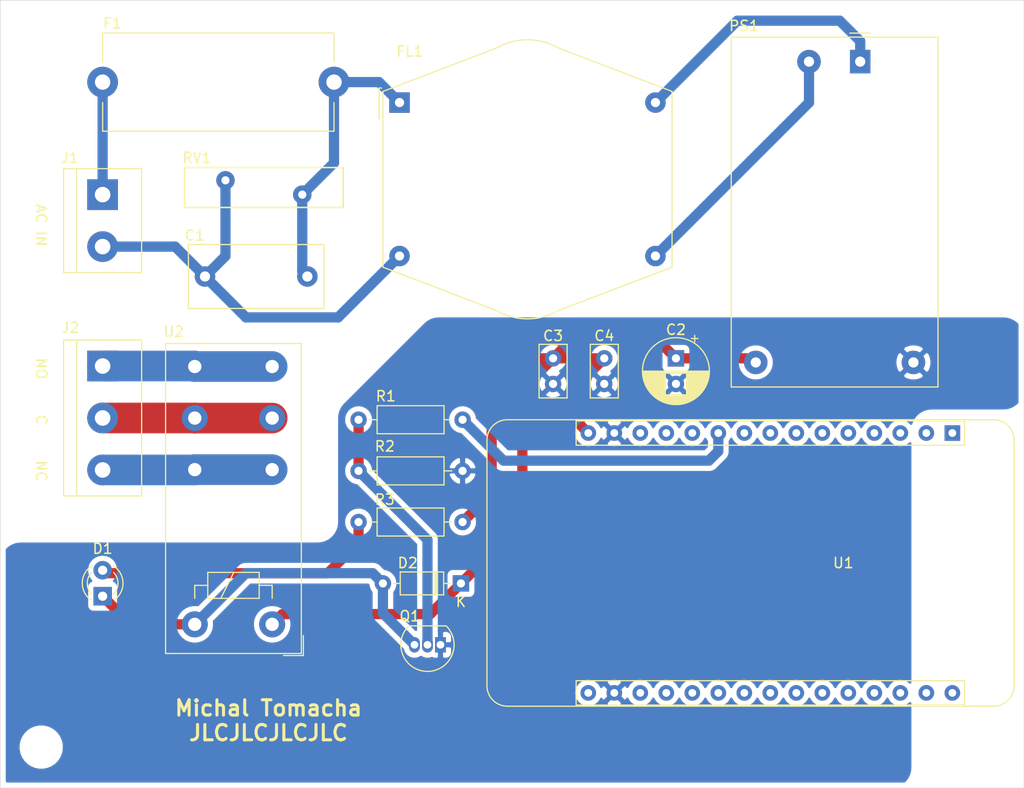
<source format=kicad_pcb>
(kicad_pcb (version 20171130) (host pcbnew "(5.1.10)-1")

  (general
    (thickness 1.6)
    (drawings 9)
    (tracks 70)
    (zones 0)
    (modules 22)
    (nets 41)
  )

  (page A4)
  (layers
    (0 F.Cu signal)
    (31 B.Cu signal)
    (32 B.Adhes user hide)
    (33 F.Adhes user hide)
    (34 B.Paste user)
    (35 F.Paste user)
    (36 B.SilkS user)
    (37 F.SilkS user)
    (38 B.Mask user)
    (39 F.Mask user)
    (40 Dwgs.User user)
    (41 Cmts.User user hide)
    (42 Eco1.User user hide)
    (43 Eco2.User user hide)
    (44 Edge.Cuts user)
    (45 Margin user hide)
    (46 B.CrtYd user hide)
    (47 F.CrtYd user hide)
    (48 B.Fab user hide)
    (49 F.Fab user hide)
  )

  (setup
    (last_trace_width 0.25)
    (user_trace_width 1)
    (user_trace_width 3)
    (trace_clearance 0.2)
    (zone_clearance 0.508)
    (zone_45_only no)
    (trace_min 0.2)
    (via_size 0.8)
    (via_drill 0.4)
    (via_min_size 0.4)
    (via_min_drill 0.3)
    (uvia_size 0.3)
    (uvia_drill 0.1)
    (uvias_allowed no)
    (uvia_min_size 0.2)
    (uvia_min_drill 0.1)
    (edge_width 0.05)
    (segment_width 0.2)
    (pcb_text_width 0.3)
    (pcb_text_size 1.5 1.5)
    (mod_edge_width 0.12)
    (mod_text_size 1 1)
    (mod_text_width 0.15)
    (pad_size 3.2 3.2)
    (pad_drill 3.2)
    (pad_to_mask_clearance 0)
    (aux_axis_origin 0 0)
    (visible_elements 7FFFFFFF)
    (pcbplotparams
      (layerselection 0x010fc_ffffffff)
      (usegerberextensions true)
      (usegerberattributes false)
      (usegerberadvancedattributes false)
      (creategerberjobfile false)
      (excludeedgelayer true)
      (linewidth 0.100000)
      (plotframeref false)
      (viasonmask false)
      (mode 1)
      (useauxorigin false)
      (hpglpennumber 1)
      (hpglpenspeed 20)
      (hpglpendiameter 15.000000)
      (psnegative false)
      (psa4output false)
      (plotreference true)
      (plotvalue false)
      (plotinvisibletext false)
      (padsonsilk false)
      (subtractmaskfromsilk true)
      (outputformat 1)
      (mirror false)
      (drillshape 0)
      (scaleselection 1)
      (outputdirectory "brama_gerber"))
  )

  (net 0 "")
  (net 1 "Net-(C1-Pad2)")
  (net 2 "Net-(C1-Pad1)")
  (net 3 GND)
  (net 4 +5V)
  (net 5 "Net-(D1-Pad2)")
  (net 6 "Net-(D1-Pad1)")
  (net 7 "Net-(FL1-Pad4)")
  (net 8 "Net-(FL1-Pad2)")
  (net 9 "Net-(Q1-Pad2)")
  (net 10 MCU)
  (net 11 "Net-(U1-Pad29)")
  (net 12 "Net-(U1-Pad28)")
  (net 13 "Net-(U1-Pad27)")
  (net 14 "Net-(U1-Pad26)")
  (net 15 "Net-(U1-Pad25)")
  (net 16 "Net-(U1-Pad24)")
  (net 17 "Net-(U1-Pad23)")
  (net 18 "Net-(U1-Pad22)")
  (net 19 "Net-(U1-Pad21)")
  (net 20 "Net-(U1-Pad20)")
  (net 21 "Net-(U1-Pad19)")
  (net 22 "Net-(U1-Pad18)")
  (net 23 "Net-(U1-Pad16)")
  (net 24 "Net-(U1-Pad12)")
  (net 25 "Net-(U1-Pad11)")
  (net 26 "Net-(U1-Pad9)")
  (net 27 "Net-(U1-Pad8)")
  (net 28 "Net-(U1-Pad7)")
  (net 29 "Net-(U1-Pad6)")
  (net 30 "Net-(U1-Pad5)")
  (net 31 "Net-(U1-Pad4)")
  (net 32 "Net-(U1-Pad3)")
  (net 33 "Net-(U1-Pad2)")
  (net 34 "Net-(U1-Pad1)")
  (net 35 "Net-(U1-Pad13)")
  (net 36 "Net-(F1-Pad1)")
  (net 37 "Net-(J2-Pad3)")
  (net 38 "Net-(J2-Pad2)")
  (net 39 "Net-(J2-Pad1)")
  (net 40 "Net-(U1-Pad30)")

  (net_class Default "This is the default net class."
    (clearance 0.2)
    (trace_width 0.25)
    (via_dia 0.8)
    (via_drill 0.4)
    (uvia_dia 0.3)
    (uvia_drill 0.1)
    (add_net +5V)
    (add_net GND)
    (add_net MCU)
    (add_net "Net-(C1-Pad1)")
    (add_net "Net-(C1-Pad2)")
    (add_net "Net-(D1-Pad1)")
    (add_net "Net-(D1-Pad2)")
    (add_net "Net-(F1-Pad1)")
    (add_net "Net-(FL1-Pad2)")
    (add_net "Net-(FL1-Pad4)")
    (add_net "Net-(J2-Pad1)")
    (add_net "Net-(J2-Pad2)")
    (add_net "Net-(J2-Pad3)")
    (add_net "Net-(Q1-Pad2)")
    (add_net "Net-(U1-Pad1)")
    (add_net "Net-(U1-Pad11)")
    (add_net "Net-(U1-Pad12)")
    (add_net "Net-(U1-Pad13)")
    (add_net "Net-(U1-Pad16)")
    (add_net "Net-(U1-Pad18)")
    (add_net "Net-(U1-Pad19)")
    (add_net "Net-(U1-Pad2)")
    (add_net "Net-(U1-Pad20)")
    (add_net "Net-(U1-Pad21)")
    (add_net "Net-(U1-Pad22)")
    (add_net "Net-(U1-Pad23)")
    (add_net "Net-(U1-Pad24)")
    (add_net "Net-(U1-Pad25)")
    (add_net "Net-(U1-Pad26)")
    (add_net "Net-(U1-Pad27)")
    (add_net "Net-(U1-Pad28)")
    (add_net "Net-(U1-Pad29)")
    (add_net "Net-(U1-Pad3)")
    (add_net "Net-(U1-Pad30)")
    (add_net "Net-(U1-Pad4)")
    (add_net "Net-(U1-Pad5)")
    (add_net "Net-(U1-Pad6)")
    (add_net "Net-(U1-Pad7)")
    (add_net "Net-(U1-Pad8)")
    (add_net "Net-(U1-Pad9)")
  )

  (module MountingHole:MountingHole_3.2mm_M3 (layer F.Cu) (tedit 61A77E6F) (tstamp 619EDD93)
    (at 246 103)
    (descr "Mounting Hole 3.2mm, no annular, M3")
    (tags "mounting hole 3.2mm no annular m3")
    (attr virtual)
    (fp_text reference REF** (at 0 -4.2) (layer F.Fab)
      (effects (font (size 1 1) (thickness 0.15)))
    )
    (fp_text value MountingHole_3.2mm_M3 (at 0 4.2) (layer F.Fab)
      (effects (font (size 1 1) (thickness 0.15)))
    )
    (fp_circle (center 0 0) (end 3.2 0) (layer Cmts.User) (width 0.15))
    (fp_circle (center 0 0) (end 3.45 0) (layer F.CrtYd) (width 0.05))
    (fp_text user %R (at 0.3 0) (layer F.Fab)
      (effects (font (size 1 1) (thickness 0.15)))
    )
    (pad "" np_thru_hole circle (at 0 0) (size 3.2 3.2) (drill 3.2) (layers *.Cu *.Mask))
  )

  (module Capacitor_THT:C_Disc_D5.0mm_W2.5mm_P2.50mm (layer F.Cu) (tedit 5AE50EF0) (tstamp 61A79032)
    (at 209 65 270)
    (descr "C, Disc series, Radial, pin pitch=2.50mm, , diameter*width=5*2.5mm^2, Capacitor, http://cdn-reichelt.de/documents/datenblatt/B300/DS_KERKO_TC.pdf")
    (tags "C Disc series Radial pin pitch 2.50mm  diameter 5mm width 2.5mm Capacitor")
    (path /61A8D968)
    (fp_text reference C4 (at -2.2 0 180) (layer F.SilkS)
      (effects (font (size 1 1) (thickness 0.15)))
    )
    (fp_text value C (at 1.25 2.5 90) (layer F.Fab)
      (effects (font (size 1 1) (thickness 0.15)))
    )
    (fp_line (start -1.25 -1.25) (end -1.25 1.25) (layer F.Fab) (width 0.1))
    (fp_line (start -1.25 1.25) (end 3.75 1.25) (layer F.Fab) (width 0.1))
    (fp_line (start 3.75 1.25) (end 3.75 -1.25) (layer F.Fab) (width 0.1))
    (fp_line (start 3.75 -1.25) (end -1.25 -1.25) (layer F.Fab) (width 0.1))
    (fp_line (start -1.37 -1.37) (end 3.87 -1.37) (layer F.SilkS) (width 0.12))
    (fp_line (start -1.37 1.37) (end 3.87 1.37) (layer F.SilkS) (width 0.12))
    (fp_line (start -1.37 -1.37) (end -1.37 1.37) (layer F.SilkS) (width 0.12))
    (fp_line (start 3.87 -1.37) (end 3.87 1.37) (layer F.SilkS) (width 0.12))
    (fp_line (start -1.5 -1.5) (end -1.5 1.5) (layer F.CrtYd) (width 0.05))
    (fp_line (start -1.5 1.5) (end 4 1.5) (layer F.CrtYd) (width 0.05))
    (fp_line (start 4 1.5) (end 4 -1.5) (layer F.CrtYd) (width 0.05))
    (fp_line (start 4 -1.5) (end -1.5 -1.5) (layer F.CrtYd) (width 0.05))
    (fp_text user %R (at 1.25 0 90) (layer F.Fab)
      (effects (font (size 1 1) (thickness 0.15)))
    )
    (pad 2 thru_hole circle (at 2.5 0 270) (size 1.6 1.6) (drill 0.8) (layers *.Cu *.Mask)
      (net 3 GND))
    (pad 1 thru_hole circle (at 0 0 270) (size 1.6 1.6) (drill 0.8) (layers *.Cu *.Mask)
      (net 4 +5V))
    (model ${KISYS3DMOD}/Capacitor_THT.3dshapes/C_Disc_D5.0mm_W2.5mm_P2.50mm.wrl
      (at (xyz 0 0 0))
      (scale (xyz 1 1 1))
      (rotate (xyz 0 0 0))
    )
  )

  (module Capacitor_THT:C_Disc_D5.0mm_W2.5mm_P2.50mm (layer F.Cu) (tedit 5AE50EF0) (tstamp 61A7901F)
    (at 204 65 270)
    (descr "C, Disc series, Radial, pin pitch=2.50mm, , diameter*width=5*2.5mm^2, Capacitor, http://cdn-reichelt.de/documents/datenblatt/B300/DS_KERKO_TC.pdf")
    (tags "C Disc series Radial pin pitch 2.50mm  diameter 5mm width 2.5mm Capacitor")
    (path /61A8CA82)
    (fp_text reference C3 (at -2.2 0 180) (layer F.SilkS)
      (effects (font (size 1 1) (thickness 0.15)))
    )
    (fp_text value C (at 1.25 2.5 90) (layer F.Fab)
      (effects (font (size 1 1) (thickness 0.15)))
    )
    (fp_line (start -1.25 -1.25) (end -1.25 1.25) (layer F.Fab) (width 0.1))
    (fp_line (start -1.25 1.25) (end 3.75 1.25) (layer F.Fab) (width 0.1))
    (fp_line (start 3.75 1.25) (end 3.75 -1.25) (layer F.Fab) (width 0.1))
    (fp_line (start 3.75 -1.25) (end -1.25 -1.25) (layer F.Fab) (width 0.1))
    (fp_line (start -1.37 -1.37) (end 3.87 -1.37) (layer F.SilkS) (width 0.12))
    (fp_line (start -1.37 1.37) (end 3.87 1.37) (layer F.SilkS) (width 0.12))
    (fp_line (start -1.37 -1.37) (end -1.37 1.37) (layer F.SilkS) (width 0.12))
    (fp_line (start 3.87 -1.37) (end 3.87 1.37) (layer F.SilkS) (width 0.12))
    (fp_line (start -1.5 -1.5) (end -1.5 1.5) (layer F.CrtYd) (width 0.05))
    (fp_line (start -1.5 1.5) (end 4 1.5) (layer F.CrtYd) (width 0.05))
    (fp_line (start 4 1.5) (end 4 -1.5) (layer F.CrtYd) (width 0.05))
    (fp_line (start 4 -1.5) (end -1.5 -1.5) (layer F.CrtYd) (width 0.05))
    (fp_text user %R (at 1.25 0 90) (layer F.Fab)
      (effects (font (size 1 1) (thickness 0.15)))
    )
    (pad 2 thru_hole circle (at 2.5 0 270) (size 1.6 1.6) (drill 0.8) (layers *.Cu *.Mask)
      (net 3 GND))
    (pad 1 thru_hole circle (at 0 0 270) (size 1.6 1.6) (drill 0.8) (layers *.Cu *.Mask)
      (net 4 +5V))
    (model ${KISYS3DMOD}/Capacitor_THT.3dshapes/C_Disc_D5.0mm_W2.5mm_P2.50mm.wrl
      (at (xyz 0 0 0))
      (scale (xyz 1 1 1))
      (rotate (xyz 0 0 0))
    )
  )

  (module TerminalBlock:TerminalBlock_bornier-2_P5.08mm (layer F.Cu) (tedit 59FF03AB) (tstamp 61A76FC7)
    (at 160 49 270)
    (descr "simple 2-pin terminal block, pitch 5.08mm, revamped version of bornier2")
    (tags "terminal block bornier2")
    (path /61A79951)
    (fp_text reference J1 (at -3.6 3.2 180) (layer F.SilkS)
      (effects (font (size 1 1) (thickness 0.15)))
    )
    (fp_text value Screw_Terminal_01x02 (at 2.54 5.08 90) (layer F.Fab)
      (effects (font (size 1 1) (thickness 0.15)))
    )
    (fp_line (start -2.41 2.55) (end 7.49 2.55) (layer F.Fab) (width 0.1))
    (fp_line (start -2.46 -3.75) (end -2.46 3.75) (layer F.Fab) (width 0.1))
    (fp_line (start -2.46 3.75) (end 7.54 3.75) (layer F.Fab) (width 0.1))
    (fp_line (start 7.54 3.75) (end 7.54 -3.75) (layer F.Fab) (width 0.1))
    (fp_line (start 7.54 -3.75) (end -2.46 -3.75) (layer F.Fab) (width 0.1))
    (fp_line (start 7.62 2.54) (end -2.54 2.54) (layer F.SilkS) (width 0.12))
    (fp_line (start 7.62 3.81) (end 7.62 -3.81) (layer F.SilkS) (width 0.12))
    (fp_line (start 7.62 -3.81) (end -2.54 -3.81) (layer F.SilkS) (width 0.12))
    (fp_line (start -2.54 -3.81) (end -2.54 3.81) (layer F.SilkS) (width 0.12))
    (fp_line (start -2.54 3.81) (end 7.62 3.81) (layer F.SilkS) (width 0.12))
    (fp_line (start -2.71 -4) (end 7.79 -4) (layer F.CrtYd) (width 0.05))
    (fp_line (start -2.71 -4) (end -2.71 4) (layer F.CrtYd) (width 0.05))
    (fp_line (start 7.79 4) (end 7.79 -4) (layer F.CrtYd) (width 0.05))
    (fp_line (start 7.79 4) (end -2.71 4) (layer F.CrtYd) (width 0.05))
    (fp_text user %R (at 2.54 0 90) (layer F.Fab)
      (effects (font (size 1 1) (thickness 0.15)))
    )
    (pad 2 thru_hole circle (at 5.08 0 270) (size 3 3) (drill 1.52) (layers *.Cu *.Mask)
      (net 1 "Net-(C1-Pad2)"))
    (pad 1 thru_hole rect (at 0 0 270) (size 3 3) (drill 1.52) (layers *.Cu *.Mask)
      (net 36 "Net-(F1-Pad1)"))
    (model ${KISYS3DMOD}/TerminalBlock.3dshapes/TerminalBlock_bornier-2_P5.08mm.wrl
      (offset (xyz 2.539999961853027 0 0))
      (scale (xyz 1 1 1))
      (rotate (xyz 0 0 0))
    )
  )

  (module Resistor_THT:R_Axial_DIN0207_L6.3mm_D2.5mm_P10.16mm_Horizontal (layer F.Cu) (tedit 5AE5139B) (tstamp 616CD43F)
    (at 185 76)
    (descr "Resistor, Axial_DIN0207 series, Axial, Horizontal, pin pitch=10.16mm, 0.25W = 1/4W, length*diameter=6.3*2.5mm^2, http://cdn-reichelt.de/documents/datenblatt/B400/1_4W%23YAG.pdf")
    (tags "Resistor Axial_DIN0207 series Axial Horizontal pin pitch 10.16mm 0.25W = 1/4W length 6.3mm diameter 2.5mm")
    (path /616204C5)
    (fp_text reference R2 (at 2.56 -2.4) (layer F.SilkS)
      (effects (font (size 1 1) (thickness 0.15)))
    )
    (fp_text value R (at 5.08 2.37) (layer F.Fab)
      (effects (font (size 1 1) (thickness 0.15)))
    )
    (fp_line (start 1.93 -1.25) (end 1.93 1.25) (layer F.Fab) (width 0.1))
    (fp_line (start 1.93 1.25) (end 8.23 1.25) (layer F.Fab) (width 0.1))
    (fp_line (start 8.23 1.25) (end 8.23 -1.25) (layer F.Fab) (width 0.1))
    (fp_line (start 8.23 -1.25) (end 1.93 -1.25) (layer F.Fab) (width 0.1))
    (fp_line (start 0 0) (end 1.93 0) (layer F.Fab) (width 0.1))
    (fp_line (start 10.16 0) (end 8.23 0) (layer F.Fab) (width 0.1))
    (fp_line (start 1.81 -1.37) (end 1.81 1.37) (layer F.SilkS) (width 0.12))
    (fp_line (start 1.81 1.37) (end 8.35 1.37) (layer F.SilkS) (width 0.12))
    (fp_line (start 8.35 1.37) (end 8.35 -1.37) (layer F.SilkS) (width 0.12))
    (fp_line (start 8.35 -1.37) (end 1.81 -1.37) (layer F.SilkS) (width 0.12))
    (fp_line (start 1.04 0) (end 1.81 0) (layer F.SilkS) (width 0.12))
    (fp_line (start 9.12 0) (end 8.35 0) (layer F.SilkS) (width 0.12))
    (fp_line (start -1.05 -1.5) (end -1.05 1.5) (layer F.CrtYd) (width 0.05))
    (fp_line (start -1.05 1.5) (end 11.21 1.5) (layer F.CrtYd) (width 0.05))
    (fp_line (start 11.21 1.5) (end 11.21 -1.5) (layer F.CrtYd) (width 0.05))
    (fp_line (start 11.21 -1.5) (end -1.05 -1.5) (layer F.CrtYd) (width 0.05))
    (fp_text user %R (at 5.08 0) (layer F.Fab)
      (effects (font (size 1 1) (thickness 0.15)))
    )
    (pad 1 thru_hole circle (at 0 0) (size 1.6 1.6) (drill 0.8) (layers *.Cu *.Mask)
      (net 9 "Net-(Q1-Pad2)"))
    (pad 2 thru_hole oval (at 10.16 0) (size 1.6 1.6) (drill 0.8) (layers *.Cu *.Mask)
      (net 3 GND))
    (model ${KISYS3DMOD}/Resistor_THT.3dshapes/R_Axial_DIN0207_L6.3mm_D2.5mm_P10.16mm_Horizontal.wrl
      (at (xyz 0 0 0))
      (scale (xyz 1 1 1))
      (rotate (xyz 0 0 0))
    )
  )

  (module Resistor_THT:R_Axial_DIN0207_L6.3mm_D2.5mm_P10.16mm_Horizontal (layer F.Cu) (tedit 5AE5139B) (tstamp 616CD428)
    (at 195.16 71 180)
    (descr "Resistor, Axial_DIN0207 series, Axial, Horizontal, pin pitch=10.16mm, 0.25W = 1/4W, length*diameter=6.3*2.5mm^2, http://cdn-reichelt.de/documents/datenblatt/B400/1_4W%23YAG.pdf")
    (tags "Resistor Axial_DIN0207 series Axial Horizontal pin pitch 10.16mm 0.25W = 1/4W length 6.3mm diameter 2.5mm")
    (path /61623174)
    (fp_text reference R1 (at 7.5 2.3) (layer F.SilkS)
      (effects (font (size 1 1) (thickness 0.15)))
    )
    (fp_text value R (at 5.08 2.37) (layer F.Fab)
      (effects (font (size 1 1) (thickness 0.15)))
    )
    (fp_line (start 11.21 -1.5) (end -1.05 -1.5) (layer F.CrtYd) (width 0.05))
    (fp_line (start 11.21 1.5) (end 11.21 -1.5) (layer F.CrtYd) (width 0.05))
    (fp_line (start -1.05 1.5) (end 11.21 1.5) (layer F.CrtYd) (width 0.05))
    (fp_line (start -1.05 -1.5) (end -1.05 1.5) (layer F.CrtYd) (width 0.05))
    (fp_line (start 9.12 0) (end 8.35 0) (layer F.SilkS) (width 0.12))
    (fp_line (start 1.04 0) (end 1.81 0) (layer F.SilkS) (width 0.12))
    (fp_line (start 8.35 -1.37) (end 1.81 -1.37) (layer F.SilkS) (width 0.12))
    (fp_line (start 8.35 1.37) (end 8.35 -1.37) (layer F.SilkS) (width 0.12))
    (fp_line (start 1.81 1.37) (end 8.35 1.37) (layer F.SilkS) (width 0.12))
    (fp_line (start 1.81 -1.37) (end 1.81 1.37) (layer F.SilkS) (width 0.12))
    (fp_line (start 10.16 0) (end 8.23 0) (layer F.Fab) (width 0.1))
    (fp_line (start 0 0) (end 1.93 0) (layer F.Fab) (width 0.1))
    (fp_line (start 8.23 -1.25) (end 1.93 -1.25) (layer F.Fab) (width 0.1))
    (fp_line (start 8.23 1.25) (end 8.23 -1.25) (layer F.Fab) (width 0.1))
    (fp_line (start 1.93 1.25) (end 8.23 1.25) (layer F.Fab) (width 0.1))
    (fp_line (start 1.93 -1.25) (end 1.93 1.25) (layer F.Fab) (width 0.1))
    (fp_text user %R (at 5.08 0) (layer F.Fab)
      (effects (font (size 1 1) (thickness 0.15)))
    )
    (pad 2 thru_hole oval (at 10.16 0 180) (size 1.6 1.6) (drill 0.8) (layers *.Cu *.Mask)
      (net 9 "Net-(Q1-Pad2)"))
    (pad 1 thru_hole circle (at 0 0 180) (size 1.6 1.6) (drill 0.8) (layers *.Cu *.Mask)
      (net 10 MCU))
    (model ${KISYS3DMOD}/Resistor_THT.3dshapes/R_Axial_DIN0207_L6.3mm_D2.5mm_P10.16mm_Horizontal.wrl
      (at (xyz 0 0 0))
      (scale (xyz 1 1 1))
      (rotate (xyz 0 0 0))
    )
  )

  (module MountingHole:MountingHole_3.2mm_M3 (layer F.Cu) (tedit 61A77E5D) (tstamp 619EDD85)
    (at 154.4 103.4)
    (descr "Mounting Hole 3.2mm, no annular, M3")
    (tags "mounting hole 3.2mm no annular m3")
    (attr virtual)
    (fp_text reference REF** (at 0 -4.2) (layer F.Fab)
      (effects (font (size 1 1) (thickness 0.15)))
    )
    (fp_text value MountingHole_3.2mm_M3 (at 0 4.2) (layer F.Fab)
      (effects (font (size 1 1) (thickness 0.15)))
    )
    (fp_circle (center 0 0) (end 3.45 0) (layer F.CrtYd) (width 0.05))
    (fp_circle (center 0 0) (end 3.2 0) (layer Cmts.User) (width 0.15))
    (fp_text user %R (at 0.3 0) (layer F.Fab)
      (effects (font (size 1 1) (thickness 0.15)))
    )
    (pad "" np_thru_hole circle (at -0.4 -0.4) (size 3.2 3.2) (drill 3.2) (layers *.Cu *.Mask))
  )

  (module MountingHole:MountingHole_3.2mm_M3 (layer F.Cu) (tedit 61A77E2A) (tstamp 619EDD77)
    (at 154 36.8)
    (descr "Mounting Hole 3.2mm, no annular, M3")
    (tags "mounting hole 3.2mm no annular m3")
    (attr virtual)
    (fp_text reference REF** (at 0 -4.2) (layer F.Fab)
      (effects (font (size 1 1) (thickness 0.15)))
    )
    (fp_text value MountingHole_3.2mm_M3 (at 0 4.2) (layer F.Fab)
      (effects (font (size 1 1) (thickness 0.15)))
    )
    (fp_circle (center 0 0) (end 3.2 0) (layer Cmts.User) (width 0.15))
    (fp_circle (center 0 0) (end 3.45 0) (layer F.CrtYd) (width 0.05))
    (fp_text user %R (at 0.3 0) (layer F.Fab)
      (effects (font (size 1 1) (thickness 0.15)))
    )
    (pad "" np_thru_hole circle (at 0 -2.8) (size 3.2 3.2) (drill 3.2) (layers *.Cu *.Mask))
  )

  (module MountingHole:MountingHole_3.2mm_M3 (layer F.Cu) (tedit 61A77E1A) (tstamp 619EDD66)
    (at 246.25 36.75)
    (descr "Mounting Hole 3.2mm, no annular, M3")
    (tags "mounting hole 3.2mm no annular m3")
    (attr virtual)
    (fp_text reference REF** (at 0 -4.2) (layer F.Fab)
      (effects (font (size 1 1) (thickness 0.15)))
    )
    (fp_text value MountingHole_3.2mm_M3 (at 0 4.2) (layer F.Fab)
      (effects (font (size 1 1) (thickness 0.15)))
    )
    (fp_circle (center 0 0) (end 3.45 0) (layer F.CrtYd) (width 0.05))
    (fp_circle (center 0 0) (end 3.2 0) (layer Cmts.User) (width 0.15))
    (fp_text user %R (at 0.3 0) (layer F.Fab)
      (effects (font (size 1 1) (thickness 0.15)))
    )
    (pad "" np_thru_hole circle (at -0.25 -2.75) (size 3.2 3.2) (drill 3.2) (layers *.Cu *.Mask))
  )

  (module esp32_devkit_v1_doit:esp32_devkit_v1_doit (layer F.Cu) (tedit 619E6683) (tstamp 616CD4A5)
    (at 243 85 270)
    (descr "ESPWROOM32, ESP32, 30 GPIOs version")
    (path /6161F460)
    (attr smd)
    (fp_text reference U1 (at 0 10.65) (layer F.SilkS)
      (effects (font (size 1 1) (thickness 0.15)))
    )
    (fp_text value ESP32_DevKit_V1_DOIT (at 0 8.7 270) (layer F.Fab)
      (effects (font (size 1 1) (thickness 0.15)))
    )
    (fp_circle (center 7.62 42.855) (end 7.92 42.855) (layer F.Fab) (width 1))
    (fp_circle (center -7.62 42.855) (end -7.32 42.855) (layer F.Fab) (width 1))
    (fp_line (start -6.35 40.95) (end -6.35 44.76) (layer F.Fab) (width 0.12))
    (fp_line (start -8.89 40.95) (end -6.35 40.95) (layer F.Fab) (width 0.12))
    (fp_line (start -8.89 44.76) (end -8.89 40.95) (layer F.Fab) (width 0.12))
    (fp_line (start -6.35 44.76) (end -8.89 44.76) (layer F.Fab) (width 0.12))
    (fp_line (start 6.35 44.76) (end 6.35 40.95) (layer F.Fab) (width 0.12))
    (fp_line (start 8.89 44.76) (end 6.35 44.76) (layer F.Fab) (width 0.12))
    (fp_line (start 8.89 40.95) (end 8.89 44.76) (layer F.Fab) (width 0.12))
    (fp_line (start 6.35 40.95) (end 8.89 40.95) (layer F.Fab) (width 0.12))
    (fp_circle (center -5.08 16.82) (end -4.68 16.82) (layer F.Fab) (width 0.8))
    (fp_line (start -7.5 18.96) (end -7.5 0.96) (layer F.Fab) (width 0.12))
    (fp_line (start 7.5 18.96) (end -7.5 18.96) (layer F.Fab) (width 0.12))
    (fp_line (start 7.5 0.96) (end 7.5 18.96) (layer F.Fab) (width 0.12))
    (fp_line (start -7.5 0.96) (end 7.5 0.96) (layer F.Fab) (width 0.12))
    (fp_line (start 5.08 -4.008) (end 5.08 -0.452) (layer F.Fab) (width 0.12))
    (fp_line (start 7.62 -4.008) (end 7.62 -0.452) (layer F.Fab) (width 0.12))
    (fp_line (start 2.54 -4.008) (end 7.62 -4.008) (layer F.Fab) (width 0.12))
    (fp_line (start 2.54 -1.976) (end 2.54 -4.008) (layer F.Fab) (width 0.12))
    (fp_line (start 0 -1.976) (end 2.54 -1.976) (layer F.Fab) (width 0.12))
    (fp_line (start 0 -4.008) (end 0 -1.976) (layer F.Fab) (width 0.12))
    (fp_line (start -2.54 -4.008) (end 0 -4.008) (layer F.Fab) (width 0.12))
    (fp_line (start -2.54 -1.976) (end -2.54 -4.008) (layer F.Fab) (width 0.12))
    (fp_line (start -5.08 -1.976) (end -2.54 -1.976) (layer F.Fab) (width 0.12))
    (fp_line (start -5.08 -4.008) (end -5.08 -1.976) (layer F.Fab) (width 0.12))
    (fp_line (start -7.62 -4.008) (end -5.08 -4.008) (layer F.Fab) (width 0.12))
    (fp_line (start -7.62 -0.452) (end -7.62 -4.008) (layer F.Fab) (width 0.12))
    (fp_line (start -8.89 0.31) (end -8.89 -4.77) (layer F.Fab) (width 0.12))
    (fp_line (start 8.89 0.31) (end -8.89 0.31) (layer F.Fab) (width 0.12))
    (fp_line (start 8.89 -4.77) (end 8.89 0.31) (layer F.Fab) (width 0.12))
    (fp_line (start -8.89 -4.77) (end 8.89 -4.77) (layer F.Fab) (width 0.12))
    (fp_line (start -4 39.46) (end 4 39.46) (layer F.Fab) (width 0.12))
    (fp_line (start 4 39.46) (end 4 45.46) (layer F.Fab) (width 0.12))
    (fp_line (start -4 39.46) (end -4 45.46) (layer F.Fab) (width 0.12))
    (fp_circle (center 11.7 43.46) (end 13.2 43.46) (layer F.Fab) (width 0.12))
    (fp_circle (center -11.7 43.46) (end -10.2 43.46) (layer F.Fab) (width 0.12))
    (fp_line (start -12 -6.04) (end 12 -6.04) (layer F.SilkS) (width 0.12))
    (fp_line (start -12 45.46) (end 12 45.46) (layer F.SilkS) (width 0.12))
    (fp_line (start -14 -4.04) (end -14 43.46) (layer F.SilkS) (width 0.12))
    (fp_line (start 14 43.46) (end 14 -4.04) (layer F.SilkS) (width 0.12))
    (fp_circle (center 11.7 -4.04) (end 13.2 -4.04) (layer F.Fab) (width 0.12))
    (fp_circle (center -11.7 -4.04) (end -10.2 -4.04) (layer F.Fab) (width 0.12))
    (fp_line (start -13.89 -1.19) (end -11.51 -1.19) (layer F.SilkS) (width 0.12))
    (fp_line (start -11.51 -1.19) (end -11.51 36.75) (layer F.SilkS) (width 0.12))
    (fp_line (start -11.51 36.75) (end -13.89 36.75) (layer F.SilkS) (width 0.12))
    (fp_line (start -13.89 36.75) (end -13.89 -1.19) (layer F.SilkS) (width 0.12))
    (fp_line (start 11.51 -1.19) (end 13.89 -1.19) (layer F.SilkS) (width 0.12))
    (fp_line (start 13.89 -1.19) (end 13.89 36.75) (layer F.SilkS) (width 0.12))
    (fp_line (start 11.51 36.75) (end 11.51 -1.19) (layer F.SilkS) (width 0.12))
    (fp_line (start 13.89 36.75) (end 11.51 36.75) (layer F.SilkS) (width 0.12))
    (fp_arc (start 12 43.46) (end 12 45.46) (angle -90) (layer F.SilkS) (width 0.12))
    (fp_arc (start -12 43.46) (end -14 43.46) (angle -90) (layer F.SilkS) (width 0.12))
    (fp_arc (start -12 -4.04) (end -12 -6.04) (angle -90) (layer F.SilkS) (width 0.12))
    (fp_arc (start 12 -4.04) (end 14 -4.04) (angle -90) (layer F.SilkS) (width 0.12))
    (fp_text user Enable (at -7.62 39.68 270) (layer F.Fab)
      (effects (font (size 1 1) (thickness 0.15)))
    )
    (fp_text user Boot (at 7.62 39.68 270) (layer F.Fab)
      (effects (font (size 1 1) (thickness 0.15)))
    )
    (fp_text user USB (at 0 43.49 270) (layer F.Fab)
      (effects (font (size 1 1) (thickness 0.15)))
    )
    (pad 30 thru_hole circle (at 12.7 0 270) (size 1.524 1.524) (drill 0.762) (layers *.Cu *.Mask)
      (net 40 "Net-(U1-Pad30)"))
    (pad 29 thru_hole circle (at 12.7 2.54 270) (size 1.524 1.524) (drill 0.762) (layers *.Cu *.Mask)
      (net 11 "Net-(U1-Pad29)"))
    (pad 28 thru_hole circle (at 12.7 5.08 270) (size 1.524 1.524) (drill 0.762) (layers *.Cu *.Mask)
      (net 12 "Net-(U1-Pad28)"))
    (pad 27 thru_hole circle (at 12.7 7.62 270) (size 1.524 1.524) (drill 0.762) (layers *.Cu *.Mask)
      (net 13 "Net-(U1-Pad27)"))
    (pad 26 thru_hole circle (at 12.7 10.16 270) (size 1.524 1.524) (drill 0.762) (layers *.Cu *.Mask)
      (net 14 "Net-(U1-Pad26)"))
    (pad 25 thru_hole circle (at 12.7 12.7 270) (size 1.524 1.524) (drill 0.762) (layers *.Cu *.Mask)
      (net 15 "Net-(U1-Pad25)"))
    (pad 24 thru_hole circle (at 12.7 15.24 270) (size 1.524 1.524) (drill 0.762) (layers *.Cu *.Mask)
      (net 16 "Net-(U1-Pad24)"))
    (pad 23 thru_hole circle (at 12.7 17.78 270) (size 1.524 1.524) (drill 0.762) (layers *.Cu *.Mask)
      (net 17 "Net-(U1-Pad23)"))
    (pad 22 thru_hole circle (at 12.7 20.32 270) (size 1.524 1.524) (drill 0.762) (layers *.Cu *.Mask)
      (net 18 "Net-(U1-Pad22)"))
    (pad 21 thru_hole circle (at 12.7 22.86 270) (size 1.524 1.524) (drill 0.762) (layers *.Cu *.Mask)
      (net 19 "Net-(U1-Pad21)"))
    (pad 20 thru_hole circle (at 12.7 25.4 270) (size 1.524 1.524) (drill 0.762) (layers *.Cu *.Mask)
      (net 20 "Net-(U1-Pad20)"))
    (pad 19 thru_hole circle (at 12.7 27.94 270) (size 1.524 1.524) (drill 0.762) (layers *.Cu *.Mask)
      (net 21 "Net-(U1-Pad19)"))
    (pad 18 thru_hole circle (at 12.7 30.48 270) (size 1.524 1.524) (drill 0.762) (layers *.Cu *.Mask)
      (net 22 "Net-(U1-Pad18)"))
    (pad 17 thru_hole circle (at 12.7 33.02 270) (size 1.524 1.524) (drill 0.762) (layers *.Cu *.Mask)
      (net 3 GND))
    (pad 16 thru_hole circle (at 12.7 35.56 270) (size 1.524 1.524) (drill 0.762) (layers *.Cu *.Mask)
      (net 23 "Net-(U1-Pad16)"))
    (pad 15 thru_hole circle (at -12.7 35.56 270) (size 1.524 1.524) (drill 0.762) (layers *.Cu *.Mask)
      (net 4 +5V))
    (pad 14 thru_hole circle (at -12.7 33.02 270) (size 1.524 1.524) (drill 0.762) (layers *.Cu *.Mask)
      (net 3 GND))
    (pad 13 thru_hole circle (at -12.7 30.48 270) (size 1.524 1.524) (drill 0.762) (layers *.Cu *.Mask)
      (net 35 "Net-(U1-Pad13)"))
    (pad 12 thru_hole circle (at -12.7 27.94 270) (size 1.524 1.524) (drill 0.762) (layers *.Cu *.Mask)
      (net 24 "Net-(U1-Pad12)"))
    (pad 11 thru_hole circle (at -12.7 25.4 270) (size 1.524 1.524) (drill 0.762) (layers *.Cu *.Mask)
      (net 25 "Net-(U1-Pad11)"))
    (pad 10 thru_hole circle (at -12.7 22.86 270) (size 1.524 1.524) (drill 0.762) (layers *.Cu *.Mask)
      (net 10 MCU))
    (pad 9 thru_hole circle (at -12.7 20.32 270) (size 1.524 1.524) (drill 0.762) (layers *.Cu *.Mask)
      (net 26 "Net-(U1-Pad9)"))
    (pad 8 thru_hole circle (at -12.7 17.78 270) (size 1.524 1.524) (drill 0.762) (layers *.Cu *.Mask)
      (net 27 "Net-(U1-Pad8)"))
    (pad 7 thru_hole circle (at -12.7 15.24 270) (size 1.524 1.524) (drill 0.762) (layers *.Cu *.Mask)
      (net 28 "Net-(U1-Pad7)"))
    (pad 6 thru_hole circle (at -12.7 12.7 270) (size 1.524 1.524) (drill 0.762) (layers *.Cu *.Mask)
      (net 29 "Net-(U1-Pad6)"))
    (pad 5 thru_hole circle (at -12.7 10.16 270) (size 1.524 1.524) (drill 0.762) (layers *.Cu *.Mask)
      (net 30 "Net-(U1-Pad5)"))
    (pad 4 thru_hole circle (at -12.7 7.62 270) (size 1.524 1.524) (drill 0.762) (layers *.Cu *.Mask)
      (net 31 "Net-(U1-Pad4)"))
    (pad 3 thru_hole circle (at -12.7 5.08 270) (size 1.524 1.524) (drill 0.762) (layers *.Cu *.Mask)
      (net 32 "Net-(U1-Pad3)"))
    (pad 2 thru_hole circle (at -12.7 2.54 270) (size 1.524 1.524) (drill 0.762) (layers *.Cu *.Mask)
      (net 33 "Net-(U1-Pad2)"))
    (pad 1 thru_hole rect (at -12.7 0 270) (size 1.524 1.524) (drill 0.762) (layers *.Cu *.Mask)
      (net 34 "Net-(U1-Pad1)"))
    (model ${KISYS3DMOD}/Button_Switch_SMD.3dshapes/SW_SPST_B3U-1000P-B.wrl
      (offset (xyz 7.5 -43 4))
      (scale (xyz 1 1 1))
      (rotate (xyz 0 0 90))
    )
    (model ${KISYS3DMOD}/Button_Switch_SMD.3dshapes/SW_SPST_B3U-1000P-B.wrl
      (offset (xyz -7.5 -43 4))
      (scale (xyz 1 1 1))
      (rotate (xyz 0 0 90))
    )
    (model ${KISYS3DMOD}/Connector_PinHeader_2.54mm.3dshapes/PinHeader_1x15_P2.54mm_Vertical.wrl
      (offset (xyz -12.7 0 2.5))
      (scale (xyz 1 1 1))
      (rotate (xyz 0 180 0))
    )
    (model ${KISYS3DMOD}/Connector_PinHeader_2.54mm.3dshapes/PinHeader_1x15_P2.54mm_Vertical.wrl
      (offset (xyz 12.7 0 2.5))
      (scale (xyz 1 1 1))
      (rotate (xyz 0 180 0))
    )
    (model C:/Users/tomac/Desktop/Inzynierka/PCB/esp32_devkit_v1_doit/esp32_devkit_v1_doit.pretty/esp32_devkit_v1_doit.wrl
      (offset (xyz -12.7 0 2.5))
      (scale (xyz 0.4 0.4 0.4))
      (rotate (xyz 0 0 0))
    )
    (model ${KISYS3DMOD}/Connector_USB.3dshapes/USB_Micro-B_Molex_47346-0001.wrl
      (offset (xyz 0 -42 4))
      (scale (xyz 1 1 1))
      (rotate (xyz 0 0 0))
    )
    (model ${KISYS3DMOD}/LED_SMD.3dshapes/LED_1206_3216Metric.wrl
      (offset (xyz -6 -23 4))
      (scale (xyz 1 1 1))
      (rotate (xyz 0 0 -90))
    )
    (model ${KISYS3DMOD}/LED_SMD.3dshapes/LED_1206_3216Metric.wrl
      (offset (xyz 6 -23 4))
      (scale (xyz 1 1 1))
      (rotate (xyz 0 0 -90))
    )
    (model ${KISYS3DMOD}/Capacitor_Tantalum_SMD.3dshapes/CP_EIA-2012-15_AVX-P.wrl
      (offset (xyz -6.5 -27.5 4))
      (scale (xyz 1 1 1))
      (rotate (xyz 0 0 0))
    )
    (model ${KISYS3DMOD}/Package_TO_SOT_SMD.3dshapes/SOT-223.wrl
      (offset (xyz -6 -33 4))
      (scale (xyz 1 1 1))
      (rotate (xyz 0 0 -180))
    )
    (model ${KISYS3DMOD}/Resistor_SMD.3dshapes/R_0603_1608Metric.wrl
      (offset (xyz -7 -38.5 4))
      (scale (xyz 1 1 1))
      (rotate (xyz 0 0 0))
    )
    (model ${KISYS3DMOD}/Resistor_SMD.3dshapes/R_0603_1608Metric.wrl
      (offset (xyz 8.5 -38.5 4))
      (scale (xyz 1 1 1))
      (rotate (xyz 0 0 0))
    )
    (model ${KISYS3DMOD}/Resistor_SMD.3dshapes/R_0603_1608Metric.wrl
      (offset (xyz 5.5 -38.5 4))
      (scale (xyz 1 1 1))
      (rotate (xyz 0 0 0))
    )
    (model ${KISYS3DMOD}/Package_TO_SOT_SMD.3dshapes/SOT-23.wrl
      (offset (xyz -0.5 -27.5 4))
      (scale (xyz 1 1 1))
      (rotate (xyz 0 0 0))
    )
    (model ${KISYS3DMOD}/Package_TO_SOT_SMD.3dshapes/SOT-23.wrl
      (offset (xyz 6 -27.5 4))
      (scale (xyz 1 1 1))
      (rotate (xyz 0 0 -180))
    )
    (model ${KISYS3DMOD}/Resistor_SMD.3dshapes/R_0603_1608Metric.wrl
      (offset (xyz 9 -27.5 4))
      (scale (xyz 1 1 1))
      (rotate (xyz 0 0 90))
    )
    (model ${KISYS3DMOD}/Resistor_SMD.3dshapes/R_0603_1608Metric.wrl
      (offset (xyz -3.5 -27.5 4))
      (scale (xyz 1 1 1))
      (rotate (xyz 0 0 90))
    )
    (model ${KISYS3DMOD}/Capacitor_SMD.3dshapes/C_0603_1608Metric.wrl
      (offset (xyz -0.5 -38.5 4))
      (scale (xyz 1 1 1))
      (rotate (xyz 0 0 0))
    )
    (model ${KISYS3DMOD}/Diode_SMD.3dshapes/D_0603_1608Metric.wrl
      (offset (xyz -3 -38.5 4))
      (scale (xyz 1 1 1))
      (rotate (xyz 0 0 0))
    )
    (model ${KISYS3DMOD}/Resistor_SMD.3dshapes/R_0603_1608Metric.wrl
      (offset (xyz -3 -23 4))
      (scale (xyz 1 1 1))
      (rotate (xyz 0 0 90))
    )
    (model ${KISYS3DMOD}/Resistor_SMD.3dshapes/R_0603_1608Metric.wrl
      (offset (xyz -1.5 -23 4))
      (scale (xyz 1 1 1))
      (rotate (xyz 0 0 90))
    )
    (model ${KISYS3DMOD}/Resistor_SMD.3dshapes/R_0603_1608Metric.wrl
      (offset (xyz 0 -23 4))
      (scale (xyz 1 1 1))
      (rotate (xyz 0 0 90))
    )
    (model ${KISYS3DMOD}/Resistor_SMD.3dshapes/R_0603_1608Metric.wrl
      (offset (xyz 1.5 -23 4))
      (scale (xyz 1 1 1))
      (rotate (xyz 0 0 90))
    )
    (model ${KISYS3DMOD}/Resistor_SMD.3dshapes/R_0603_1608Metric.wrl
      (offset (xyz 3 -23 4))
      (scale (xyz 1 1 1))
      (rotate (xyz 0 0 90))
    )
    (model ${KISYS3DMOD}/Package_DFN_QFN.3dshapes/QFN-28-1EP_5x5mm_P0.5mm_EP3.35x3.35mm.wrl
      (offset (xyz 7 -33.5 4))
      (scale (xyz 1 1 1))
      (rotate (xyz 0 0 0))
    )
    (model ${KISYS3DMOD}/Resistor_SMD.3dshapes/R_0603_1608Metric.wrl
      (offset (xyz 8.5 -22 4))
      (scale (xyz 1 1 1))
      (rotate (xyz 0 0 0))
    )
    (model ${KISYS3DMOD}/Resistor_SMD.3dshapes/R_0603_1608Metric.wrl
      (offset (xyz 8.5 -24 4))
      (scale (xyz 1 1 1))
      (rotate (xyz 0 0 0))
    )
    (model ${KISYS3DMOD}/Capacitor_SMD.3dshapes/C_0603_1608Metric.wrl
      (offset (xyz -8.5 -22 4))
      (scale (xyz 1 1 1))
      (rotate (xyz 0 0 0))
    )
    (model ${KISYS3DMOD}/Capacitor_SMD.3dshapes/C_0603_1608Metric.wrl
      (offset (xyz -8.5 -24 4))
      (scale (xyz 1 1 1))
      (rotate (xyz 0 0 0))
    )
    (model ${KISYS3DMOD}/RF_Module.3dshapes/ESP32-WROOM-32.wrl
      (offset (xyz 0 -10 4))
      (scale (xyz 1 1 1))
      (rotate (xyz 0 0 0))
    )
  )

  (module Package_TO_SOT_THT:TO-92_Inline (layer F.Cu) (tedit 5A1DD157) (tstamp 618676F4)
    (at 193 93 180)
    (descr "TO-92 leads in-line, narrow, oval pads, drill 0.75mm (see NXP sot054_po.pdf)")
    (tags "to-92 sc-43 sc-43a sot54 PA33 transistor")
    (path /6186803E)
    (fp_text reference Q1 (at 3 2.8) (layer F.SilkS)
      (effects (font (size 1 1) (thickness 0.15)))
    )
    (fp_text value Q_NPN_EBC (at 1.27 2.79) (layer F.Fab)
      (effects (font (size 1 1) (thickness 0.15)))
    )
    (fp_line (start -0.53 1.85) (end 3.07 1.85) (layer F.SilkS) (width 0.12))
    (fp_line (start -0.5 1.75) (end 3 1.75) (layer F.Fab) (width 0.1))
    (fp_line (start -1.46 -2.73) (end 4 -2.73) (layer F.CrtYd) (width 0.05))
    (fp_line (start -1.46 -2.73) (end -1.46 2.01) (layer F.CrtYd) (width 0.05))
    (fp_line (start 4 2.01) (end 4 -2.73) (layer F.CrtYd) (width 0.05))
    (fp_line (start 4 2.01) (end -1.46 2.01) (layer F.CrtYd) (width 0.05))
    (fp_arc (start 1.27 0) (end 1.27 -2.6) (angle 135) (layer F.SilkS) (width 0.12))
    (fp_arc (start 1.27 0) (end 1.27 -2.48) (angle -135) (layer F.Fab) (width 0.1))
    (fp_arc (start 1.27 0) (end 1.27 -2.6) (angle -135) (layer F.SilkS) (width 0.12))
    (fp_arc (start 1.27 0) (end 1.27 -2.48) (angle 135) (layer F.Fab) (width 0.1))
    (fp_text user %R (at 1.27 0) (layer F.Fab)
      (effects (font (size 1 1) (thickness 0.15)))
    )
    (pad 1 thru_hole rect (at 0 0 180) (size 1.05 1.5) (drill 0.75) (layers *.Cu *.Mask)
      (net 3 GND))
    (pad 3 thru_hole oval (at 2.54 0 180) (size 1.05 1.5) (drill 0.75) (layers *.Cu *.Mask)
      (net 6 "Net-(D1-Pad1)"))
    (pad 2 thru_hole oval (at 1.27 0 180) (size 1.05 1.5) (drill 0.75) (layers *.Cu *.Mask)
      (net 9 "Net-(Q1-Pad2)"))
    (model ${KISYS3DMOD}/Package_TO_SOT_THT.3dshapes/TO-92_Inline.wrl
      (at (xyz 0 0 0))
      (scale (xyz 1 1 1))
      (rotate (xyz 0 0 0))
    )
  )

  (module TerminalBlock:TerminalBlock_bornier-3_P5.08mm (layer F.Cu) (tedit 59FF03B9) (tstamp 619D1A10)
    (at 160 65.75 270)
    (descr "simple 3-pin terminal block, pitch 5.08mm, revamped version of bornier3")
    (tags "terminal block bornier3")
    (path /619D83DF)
    (fp_text reference J2 (at -3.75 3.15 180) (layer F.SilkS)
      (effects (font (size 1 1) (thickness 0.15)))
    )
    (fp_text value Screw_Terminal_01x03 (at 5.08 5.08 90) (layer F.Fab)
      (effects (font (size 1 1) (thickness 0.15)))
    )
    (fp_line (start 12.88 4) (end -2.72 4) (layer F.CrtYd) (width 0.05))
    (fp_line (start 12.88 4) (end 12.88 -4) (layer F.CrtYd) (width 0.05))
    (fp_line (start -2.72 -4) (end -2.72 4) (layer F.CrtYd) (width 0.05))
    (fp_line (start -2.72 -4) (end 12.88 -4) (layer F.CrtYd) (width 0.05))
    (fp_line (start -2.54 3.81) (end 12.7 3.81) (layer F.SilkS) (width 0.12))
    (fp_line (start -2.54 -3.81) (end 12.7 -3.81) (layer F.SilkS) (width 0.12))
    (fp_line (start -2.54 2.54) (end 12.7 2.54) (layer F.SilkS) (width 0.12))
    (fp_line (start 12.7 3.81) (end 12.7 -3.81) (layer F.SilkS) (width 0.12))
    (fp_line (start -2.54 3.81) (end -2.54 -3.81) (layer F.SilkS) (width 0.12))
    (fp_line (start -2.47 3.75) (end -2.47 -3.75) (layer F.Fab) (width 0.1))
    (fp_line (start 12.63 3.75) (end -2.47 3.75) (layer F.Fab) (width 0.1))
    (fp_line (start 12.63 -3.75) (end 12.63 3.75) (layer F.Fab) (width 0.1))
    (fp_line (start -2.47 -3.75) (end 12.63 -3.75) (layer F.Fab) (width 0.1))
    (fp_line (start -2.47 2.55) (end 12.63 2.55) (layer F.Fab) (width 0.1))
    (fp_text user %R (at 5.08 0 90) (layer F.Fab)
      (effects (font (size 1 1) (thickness 0.15)))
    )
    (pad 3 thru_hole circle (at 10.16 0 270) (size 3 3) (drill 1.52) (layers *.Cu *.Mask)
      (net 37 "Net-(J2-Pad3)"))
    (pad 2 thru_hole circle (at 5.08 0 270) (size 3 3) (drill 1.52) (layers *.Cu *.Mask)
      (net 38 "Net-(J2-Pad2)"))
    (pad 1 thru_hole rect (at 0 0 270) (size 3 3) (drill 1.52) (layers *.Cu *.Mask)
      (net 39 "Net-(J2-Pad1)"))
    (model ${KISYS3DMOD}/TerminalBlock.3dshapes/TerminalBlock_bornier-3_P5.08mm.wrl
      (offset (xyz 5.079999923706055 0 0))
      (scale (xyz 1 1 1))
      (rotate (xyz 0 0 0))
    )
  )

  (module Converter_ACDC:Converter_ACDC_HiLink_HLK-PMxx (layer F.Cu) (tedit 5C1AC1CD) (tstamp 616CD3E8)
    (at 234 36 270)
    (descr "ACDC-Converter, 3W, HiLink, HLK-PMxx, THT, http://www.hlktech.net/product_detail.php?ProId=54")
    (tags "ACDC-Converter 3W THT HiLink board mount module")
    (path /616204C1)
    (fp_text reference PS1 (at -3.5 11.35) (layer F.SilkS)
      (effects (font (size 1 1) (thickness 0.15)))
    )
    (fp_text value HLK-PM01 (at 15.79 13.85 90) (layer F.Fab)
      (effects (font (size 1 1) (thickness 0.15)))
    )
    (fp_line (start -2.3 12.5) (end 31.7 12.5) (layer F.Fab) (width 0.1))
    (fp_line (start 31.7 12.5) (end 31.7 -7.5) (layer F.Fab) (width 0.1))
    (fp_line (start -2.3 12.5) (end -2.3 0.99) (layer F.Fab) (width 0.1))
    (fp_line (start -2.3 -7.5) (end 31.7 -7.5) (layer F.Fab) (width 0.1))
    (fp_line (start -1.29 0) (end -2.29 1) (layer F.Fab) (width 0.1))
    (fp_line (start -2.29 -1) (end -1.29 0) (layer F.Fab) (width 0.1))
    (fp_line (start -2.3 -1) (end -2.3 -7.5) (layer F.Fab) (width 0.1))
    (fp_line (start -2.55 12.75) (end 31.95 12.75) (layer F.CrtYd) (width 0.05))
    (fp_line (start 31.95 12.75) (end 31.95 -7.75) (layer F.CrtYd) (width 0.05))
    (fp_line (start 31.95 -7.75) (end -2.55 -7.75) (layer F.CrtYd) (width 0.05))
    (fp_line (start -2.55 -7.75) (end -2.55 12.75) (layer F.CrtYd) (width 0.05))
    (fp_line (start -2.4 -7.6) (end -2.4 12.6) (layer F.SilkS) (width 0.12))
    (fp_line (start -2.4 12.6) (end 31.8 12.6) (layer F.SilkS) (width 0.12))
    (fp_line (start 31.8 12.6) (end 31.8 -7.6) (layer F.SilkS) (width 0.12))
    (fp_line (start 31.8 -7.6) (end -2.4 -7.6) (layer F.SilkS) (width 0.12))
    (fp_line (start -2.79 -1) (end -2.79 1.01) (layer F.SilkS) (width 0.12))
    (fp_text user %R (at 14.68 1.17 90) (layer F.Fab)
      (effects (font (size 1 1) (thickness 0.15)))
    )
    (pad 3 thru_hole circle (at 29.4 -5.2 270) (size 2.3 2.3) (drill 1) (layers *.Cu *.Mask)
      (net 3 GND))
    (pad 1 thru_hole rect (at 0 0 270) (size 2.3 2) (drill 1) (layers *.Cu *.Mask)
      (net 8 "Net-(FL1-Pad2)"))
    (pad 2 thru_hole circle (at 0 5 270) (size 2.3 2.3) (drill 1) (layers *.Cu *.Mask)
      (net 7 "Net-(FL1-Pad4)"))
    (pad 4 thru_hole circle (at 29.4 10.2 270) (size 2.3 2.3) (drill 1) (layers *.Cu *.Mask)
      (net 4 +5V))
    (model ${KISYS3DMOD}/Converter_ACDC.3dshapes/Converter_ACDC_HiLink_HLK-PMxx.wrl
      (at (xyz 0 0 0))
      (scale (xyz 1 1 1))
      (rotate (xyz 0 0 0))
    )
  )

  (module Inductor_THT:Choke_Schaffner_RN122-04-28.0x27.0mm (layer F.Cu) (tedit 5E561414) (tstamp 616CD3B9)
    (at 189 40)
    (descr "Current-compensated Chokes, Schaffner, RN122-04, 28.0mmx27.0mm https://www.schaffner.com/products/download/product/datasheet/rn-series-common-mode-chokes-new/")
    (tags "chokes schaffner tht")
    (path /61624FAF)
    (fp_text reference FL1 (at 1 -5) (layer F.SilkS)
      (effects (font (size 1 1) (thickness 0.15)))
    )
    (fp_text value EMI_Filter_CommonMode (at 12.5 22.5) (layer F.Fab)
      (effects (font (size 1 1) (thickness 0.15)))
    )
    (fp_line (start -2 -1.42) (end -2 1.58) (layer F.SilkS) (width 0.12))
    (fp_line (start -2 -1.42) (end -1.75 -1.42) (layer F.SilkS) (width 0.12))
    (fp_line (start -1.75 16.17) (end -1.75 -1.17) (layer F.CrtYd) (width 0.05))
    (fp_line (start 9.5 20.47) (end -1.75 16.17) (layer F.CrtYd) (width 0.05))
    (fp_line (start 26.75 16.17) (end 15.5 20.47) (layer F.CrtYd) (width 0.05))
    (fp_line (start 26.75 -1.17) (end 26.75 16.17) (layer F.CrtYd) (width 0.05))
    (fp_line (start 15.5 -5.47) (end 26.75 -1.17) (layer F.CrtYd) (width 0.05))
    (fp_line (start -1.75 -1.17) (end 9.5 -5.47) (layer F.CrtYd) (width 0.05))
    (fp_line (start -1.62 16.09) (end -1.62 -1.09) (layer F.SilkS) (width 0.12))
    (fp_line (start 9.5 20.34) (end -1.62 16.09) (layer F.SilkS) (width 0.12))
    (fp_line (start 26.62 16.09) (end 15.5 20.34) (layer F.SilkS) (width 0.12))
    (fp_line (start 26.62 -1.09) (end 26.62 16.09) (layer F.SilkS) (width 0.12))
    (fp_line (start 15.5 -5.34) (end 26.62 -1.09) (layer F.SilkS) (width 0.12))
    (fp_line (start -1.62 -1.09) (end 9.5 -5.34) (layer F.SilkS) (width 0.12))
    (fp_line (start -1.5 -0.5) (end -1.5 -1) (layer F.Fab) (width 0.1))
    (fp_line (start -1 0) (end -1.5 -0.5) (layer F.Fab) (width 0.1))
    (fp_line (start -1.5 0.5) (end -1 0) (layer F.Fab) (width 0.1))
    (fp_line (start -1.5 16) (end -1.5 0.5) (layer F.Fab) (width 0.1))
    (fp_line (start 9.5 20.2) (end -1.5 16) (layer F.Fab) (width 0.1))
    (fp_line (start 26.5 16) (end 15.5 20.2) (layer F.Fab) (width 0.1))
    (fp_line (start 26.5 -1) (end 26.5 16) (layer F.Fab) (width 0.1))
    (fp_line (start 15.5 -5.2) (end 26.5 -1) (layer F.Fab) (width 0.1))
    (fp_line (start -1.5 -1) (end 9.5 -5.2) (layer F.Fab) (width 0.1))
    (fp_text user %R (at 12.5 7.5) (layer F.Fab)
      (effects (font (size 1 1) (thickness 0.15)))
    )
    (fp_arc (start 12.5 15.25) (end 15.5 20.47) (angle 60) (layer F.CrtYd) (width 0.05))
    (fp_arc (start 12.5 -0.25) (end 9.5 -5.47) (angle 60) (layer F.CrtYd) (width 0.05))
    (fp_arc (start 12.5 15.12) (end 15.5 20.34) (angle 60) (layer F.SilkS) (width 0.12))
    (fp_arc (start 12.5 -0.12) (end 9.5 -5.34) (angle 60) (layer F.SilkS) (width 0.12))
    (fp_arc (start 12.5 15) (end 15.5 20.2) (angle 60) (layer F.Fab) (width 0.1))
    (fp_arc (start 12.5 0) (end 9.5 -5.2) (angle 60) (layer F.Fab) (width 0.1))
    (pad 4 thru_hole circle (at 25 15) (size 2 2) (drill 0.9) (layers *.Cu *.Mask)
      (net 7 "Net-(FL1-Pad4)"))
    (pad 3 thru_hole circle (at 0 15) (size 2 2) (drill 0.9) (layers *.Cu *.Mask)
      (net 1 "Net-(C1-Pad2)"))
    (pad 2 thru_hole circle (at 25 0) (size 2 2) (drill 0.9) (layers *.Cu *.Mask)
      (net 8 "Net-(FL1-Pad2)"))
    (pad 1 thru_hole rect (at 0 0) (size 2 2) (drill 0.9) (layers *.Cu *.Mask)
      (net 2 "Net-(C1-Pad1)"))
    (model ${KISYS3DMOD}/Inductor_THT.3dshapes/Choke_Schaffner_RN122-04-28.0x27.0mm.wrl
      (at (xyz 0 0 0))
      (scale (xyz 1 1 1))
      (rotate (xyz 0 0 0))
    )
  )

  (module MPI-S-105-C-3:MPI-S-105-C-3 (layer F.Cu) (tedit 616C0F9C) (tstamp 616CD4CA)
    (at 169 91 90)
    (path /6161B6DE)
    (fp_text reference U2 (at 28.6 -2.05 180) (layer F.SilkS)
      (effects (font (size 1 1) (thickness 0.15)))
    )
    (fp_text value MPI-S-105-C-3 (at 12.44 11.68 90) (layer F.Fab)
      (effects (font (size 1 1) (thickness 0.15)))
    )
    (fp_line (start -2.85 10.41) (end 27.45 10.41) (layer F.SilkS) (width 0.12))
    (fp_line (start -2.85 -2.85) (end -2.85 10.41) (layer F.SilkS) (width 0.12))
    (fp_line (start 27.45 -2.85) (end 27.45 10.41) (layer F.SilkS) (width 0.12))
    (fp_line (start 27.2 10.16) (end -2.6 10.16) (layer F.Fab) (width 0.1))
    (fp_line (start 27.2 -2.6) (end 27.2 10.16) (layer F.Fab) (width 0.1))
    (fp_line (start -2.6 -2.6) (end -2.6 10.16) (layer F.Fab) (width 0.1))
    (fp_line (start -2.6 -2.6) (end 27.2 -2.6) (layer F.Fab) (width 0.1))
    (fp_line (start 0 5.96) (end 0 1.6) (layer F.Fab) (width 0.1))
    (fp_line (start -2.85 -2.85) (end 27.45 -2.85) (layer F.SilkS) (width 0.12))
    (fp_line (start -1.1 10.61) (end -3.05 10.61) (layer F.SilkS) (width 0.12))
    (fp_line (start -3.05 10.61) (end -3.05 8.66) (layer F.SilkS) (width 0.12))
    (fp_line (start -3.13 -3.13) (end -3.13 10.69) (layer F.CrtYd) (width 0.05))
    (fp_line (start -3.13 10.69) (end 27.73 10.69) (layer F.CrtYd) (width 0.05))
    (fp_line (start 27.73 10.69) (end 27.73 -3.13) (layer F.CrtYd) (width 0.05))
    (fp_line (start 27.73 -3.13) (end -3.13 -3.13) (layer F.CrtYd) (width 0.05))
    (fp_line (start 2.54 0) (end 3.81 0) (layer F.SilkS) (width 0.12))
    (fp_line (start 3.81 0) (end 3.81 1.27) (layer F.SilkS) (width 0.12))
    (fp_line (start 2.54 1.27) (end 2.54 6.29) (layer F.SilkS) (width 0.12))
    (fp_line (start 2.54 6.29) (end 5.08 6.29) (layer F.SilkS) (width 0.12))
    (fp_line (start 5.08 6.29) (end 5.08 1.27) (layer F.SilkS) (width 0.12))
    (fp_line (start 3.81 6.29) (end 3.81 7.56) (layer F.SilkS) (width 0.12))
    (fp_line (start 3.79 7.56) (end 2.54 7.56) (layer F.SilkS) (width 0.12))
    (fp_line (start 2.54 1.27) (end 5.08 1.27) (layer F.SilkS) (width 0.12))
    (fp_line (start 2.54 2.54) (end 5.08 3.81) (layer F.SilkS) (width 0.12))
    (fp_text user REF** (at 12.7 3.64 90) (layer F.CrtYd)
      (effects (font (size 1 1) (thickness 0.15)))
    )
    (pad 5 thru_hole circle (at 25.2 7.56 90) (size 2.54 2.54) (drill 1.3) (layers *.Cu *.Mask)
      (net 39 "Net-(J2-Pad1)"))
    (pad 5 thru_hole circle (at 25.2 0 90) (size 2.54 2.54) (drill 1.3) (layers *.Cu *.Mask)
      (net 39 "Net-(J2-Pad1)"))
    (pad 3 thru_hole circle (at 20.16 7.56 90) (size 2.54 2.54) (drill 1.3) (layers *.Cu *.Mask)
      (net 38 "Net-(J2-Pad2)"))
    (pad 3 thru_hole circle (at 20.16 0 90) (size 2.54 2.54) (drill 1.3) (layers *.Cu *.Mask)
      (net 38 "Net-(J2-Pad2)"))
    (pad 4 thru_hole circle (at 15.12 7.56 90) (size 2.54 2.54) (drill 1.3) (layers *.Cu *.Mask)
      (net 37 "Net-(J2-Pad3)"))
    (pad 4 thru_hole circle (at 15.12 0 90) (size 2.54 2.54) (drill 1.3) (layers *.Cu *.Mask)
      (net 37 "Net-(J2-Pad3)"))
    (pad 2 thru_hole circle (at 0 7.56 90) (size 2.54 2.54) (drill 1.3) (layers *.Cu *.Mask)
      (net 4 +5V))
    (pad 1 thru_hole circle (at 0 0 90) (size 2.54 2.54) (drill 1.3) (layers *.Cu *.Mask)
      (net 6 "Net-(D1-Pad1)"))
  )

  (module Varistor:RV_Disc_D15.5mm_W3.9mm_P7.5mm (layer F.Cu) (tedit 5A0F68DF) (tstamp 616CD452)
    (at 179.5 49 180)
    (descr "Varistor, diameter 15.5mm, width 3.9mm, pitch 7.5mm")
    (tags "varistor SIOV")
    (path /616239AB)
    (fp_text reference RV1 (at 10.3 3.6) (layer F.SilkS)
      (effects (font (size 1 1) (thickness 0.15)))
    )
    (fp_text value Varistor (at 3.75 -2.25) (layer F.Fab)
      (effects (font (size 1 1) (thickness 0.15)))
    )
    (fp_line (start -4 -1.25) (end -4 2.65) (layer F.Fab) (width 0.1))
    (fp_line (start 11.5 -1.25) (end 11.5 2.65) (layer F.Fab) (width 0.1))
    (fp_line (start -4 -1.25) (end 11.5 -1.25) (layer F.Fab) (width 0.1))
    (fp_line (start -4 2.65) (end 11.5 2.65) (layer F.Fab) (width 0.1))
    (fp_line (start -4 -1.25) (end -4 2.65) (layer F.SilkS) (width 0.15))
    (fp_line (start 11.5 -1.25) (end 11.5 2.65) (layer F.SilkS) (width 0.15))
    (fp_line (start -4 -1.25) (end 11.5 -1.25) (layer F.SilkS) (width 0.15))
    (fp_line (start -4 2.65) (end 11.5 2.65) (layer F.SilkS) (width 0.15))
    (fp_line (start -4.25 -1.5) (end -4.25 2.9) (layer F.CrtYd) (width 0.05))
    (fp_line (start 11.75 -1.5) (end 11.75 2.9) (layer F.CrtYd) (width 0.05))
    (fp_line (start -4.25 -1.5) (end 11.75 -1.5) (layer F.CrtYd) (width 0.05))
    (fp_line (start -4.25 2.9) (end 11.75 2.9) (layer F.CrtYd) (width 0.05))
    (fp_text user %R (at 3.75 0.7) (layer F.Fab)
      (effects (font (size 1 1) (thickness 0.15)))
    )
    (pad 2 thru_hole circle (at 7.5 1.4 180) (size 1.8 1.8) (drill 0.8) (layers *.Cu *.Mask)
      (net 1 "Net-(C1-Pad2)"))
    (pad 1 thru_hole circle (at 0 0 180) (size 1.8 1.8) (drill 0.8) (layers *.Cu *.Mask)
      (net 2 "Net-(C1-Pad1)"))
    (model ${KISYS3DMOD}/Varistor.3dshapes/RV_Disc_D15.5mm_W3.9mm_P7.5mm.wrl
      (at (xyz 0 0 0))
      (scale (xyz 1 1 1))
      (rotate (xyz 0 0 0))
    )
  )

  (module Resistor_THT:R_Axial_DIN0207_L6.3mm_D2.5mm_P10.16mm_Horizontal (layer F.Cu) (tedit 5AE5139B) (tstamp 616CD411)
    (at 195.16 81 180)
    (descr "Resistor, Axial_DIN0207 series, Axial, Horizontal, pin pitch=10.16mm, 0.25W = 1/4W, length*diameter=6.3*2.5mm^2, http://cdn-reichelt.de/documents/datenblatt/B400/1_4W%23YAG.pdf")
    (tags "Resistor Axial_DIN0207 series Axial Horizontal pin pitch 10.16mm 0.25W = 1/4W length 6.3mm diameter 2.5mm")
    (path /61620C08)
    (fp_text reference R3 (at 7.6 2.2) (layer F.SilkS)
      (effects (font (size 1 1) (thickness 0.15)))
    )
    (fp_text value R (at 5.08 2.37) (layer F.Fab)
      (effects (font (size 1 1) (thickness 0.15)))
    )
    (fp_line (start 11.21 -1.5) (end -1.05 -1.5) (layer F.CrtYd) (width 0.05))
    (fp_line (start 11.21 1.5) (end 11.21 -1.5) (layer F.CrtYd) (width 0.05))
    (fp_line (start -1.05 1.5) (end 11.21 1.5) (layer F.CrtYd) (width 0.05))
    (fp_line (start -1.05 -1.5) (end -1.05 1.5) (layer F.CrtYd) (width 0.05))
    (fp_line (start 9.12 0) (end 8.35 0) (layer F.SilkS) (width 0.12))
    (fp_line (start 1.04 0) (end 1.81 0) (layer F.SilkS) (width 0.12))
    (fp_line (start 8.35 -1.37) (end 1.81 -1.37) (layer F.SilkS) (width 0.12))
    (fp_line (start 8.35 1.37) (end 8.35 -1.37) (layer F.SilkS) (width 0.12))
    (fp_line (start 1.81 1.37) (end 8.35 1.37) (layer F.SilkS) (width 0.12))
    (fp_line (start 1.81 -1.37) (end 1.81 1.37) (layer F.SilkS) (width 0.12))
    (fp_line (start 10.16 0) (end 8.23 0) (layer F.Fab) (width 0.1))
    (fp_line (start 0 0) (end 1.93 0) (layer F.Fab) (width 0.1))
    (fp_line (start 8.23 -1.25) (end 1.93 -1.25) (layer F.Fab) (width 0.1))
    (fp_line (start 8.23 1.25) (end 8.23 -1.25) (layer F.Fab) (width 0.1))
    (fp_line (start 1.93 1.25) (end 8.23 1.25) (layer F.Fab) (width 0.1))
    (fp_line (start 1.93 -1.25) (end 1.93 1.25) (layer F.Fab) (width 0.1))
    (fp_text user %R (at 5.08 0) (layer F.Fab)
      (effects (font (size 1 1) (thickness 0.15)))
    )
    (pad 2 thru_hole oval (at 10.16 0 180) (size 1.6 1.6) (drill 0.8) (layers *.Cu *.Mask)
      (net 5 "Net-(D1-Pad2)"))
    (pad 1 thru_hole circle (at 0 0 180) (size 1.6 1.6) (drill 0.8) (layers *.Cu *.Mask)
      (net 4 +5V))
    (model ${KISYS3DMOD}/Resistor_THT.3dshapes/R_Axial_DIN0207_L6.3mm_D2.5mm_P10.16mm_Horizontal.wrl
      (at (xyz 0 0 0))
      (scale (xyz 1 1 1))
      (rotate (xyz 0 0 0))
    )
  )

  (module Fuse:Fuseholder_Cylinder-5x20mm_Stelvio-Kontek_PTF78_Horizontal_Open (layer F.Cu) (tedit 5B7EAE13) (tstamp 616CD393)
    (at 160 38)
    (descr https://www.tme.eu/en/Document/3b48dbe2b9714a62652c97b08fcd464b/PTF78.pdf)
    (tags "Fuseholder horizontal open 5x20 Stelvio-Kontek PTF/78")
    (path /616245D0)
    (fp_text reference F1 (at 0.95 -5.75) (layer F.SilkS)
      (effects (font (size 1 1) (thickness 0.15)))
    )
    (fp_text value Fuse (at 13 6) (layer F.Fab)
      (effects (font (size 1 1) (thickness 0.15)))
    )
    (fp_line (start -1.85 -0.45) (end -1.45 -1.25) (layer F.CrtYd) (width 0.05))
    (fp_line (start -1.45 1.25) (end -1.85 0.45) (layer F.CrtYd) (width 0.05))
    (fp_line (start -0.4 1.85) (end -0.15 1.85) (layer F.CrtYd) (width 0.05))
    (fp_line (start -0.75 1.75) (end -0.4 1.85) (layer F.CrtYd) (width 0.05))
    (fp_line (start -1.45 1.25) (end -0.75 1.75) (layer F.CrtYd) (width 0.05))
    (fp_line (start -1.85 -0.45) (end -1.85 0.45) (layer F.CrtYd) (width 0.05))
    (fp_line (start -0.75 -1.75) (end -1.45 -1.25) (layer F.CrtYd) (width 0.05))
    (fp_line (start -0.4 -1.85) (end -0.75 -1.75) (layer F.CrtYd) (width 0.05))
    (fp_line (start -0.15 -1.85) (end -0.4 -1.85) (layer F.CrtYd) (width 0.05))
    (fp_line (start 24.05 1.25) (end 24.45 0.45) (layer F.CrtYd) (width 0.05))
    (fp_line (start 23.35 1.75) (end 24.05 1.25) (layer F.CrtYd) (width 0.05))
    (fp_line (start 23 1.85) (end 23.35 1.75) (layer F.CrtYd) (width 0.05))
    (fp_line (start 22.75 1.85) (end 23 1.85) (layer F.CrtYd) (width 0.05))
    (fp_line (start 23.35 -1.75) (end 23 -1.85) (layer F.CrtYd) (width 0.05))
    (fp_line (start 24.05 -1.25) (end 23.35 -1.75) (layer F.CrtYd) (width 0.05))
    (fp_line (start 24.45 -0.45) (end 24.05 -1.25) (layer F.CrtYd) (width 0.05))
    (fp_line (start 24.45 0.45) (end 24.45 -0.45) (layer F.CrtYd) (width 0.05))
    (fp_line (start 22.75 -1.85) (end 23 -1.85) (layer F.CrtYd) (width 0.05))
    (fp_line (start 0 4.8) (end 0 2) (layer F.SilkS) (width 0.12))
    (fp_line (start 22.75 1.85) (end 22.75 4.95) (layer F.CrtYd) (width 0.05))
    (fp_line (start 22.75 -1.85) (end 22.75 -4.95) (layer F.CrtYd) (width 0.05))
    (fp_line (start -0.15 -1.85) (end -0.15 -4.95) (layer F.CrtYd) (width 0.05))
    (fp_line (start 0 4.8) (end 22.6 4.8) (layer F.SilkS) (width 0.12))
    (fp_line (start -0.15 -4.95) (end 22.75 -4.95) (layer F.CrtYd) (width 0.05))
    (fp_line (start 22.75 4.95) (end -0.15 4.95) (layer F.CrtYd) (width 0.05))
    (fp_line (start 0 -4.8) (end 22.6 -4.8) (layer F.SilkS) (width 0.12))
    (fp_line (start 0 -2) (end 0 -4.8) (layer F.SilkS) (width 0.12))
    (fp_line (start 22.6 -2) (end 22.6 -4.8) (layer F.SilkS) (width 0.12))
    (fp_line (start 22.6 4.8) (end 22.6 2) (layer F.SilkS) (width 0.12))
    (fp_line (start -0.15 4.95) (end -0.15 1.85) (layer F.CrtYd) (width 0.05))
    (fp_line (start 22.5 -4.7) (end 0.1 -4.7) (layer F.Fab) (width 0.1))
    (fp_line (start 22.5 4.7) (end 22.5 -4.7) (layer F.Fab) (width 0.1))
    (fp_line (start 0.1 4.7) (end 22.5 4.7) (layer F.Fab) (width 0.1))
    (fp_line (start 0.1 -4.7) (end 0.1 4.7) (layer F.Fab) (width 0.1))
    (fp_text user %R (at 11.25 4) (layer F.Fab)
      (effects (font (size 1 1) (thickness 0.15)))
    )
    (pad 2 thru_hole circle (at 22.6 0) (size 3 3) (drill 1.5) (layers *.Cu *.Mask)
      (net 2 "Net-(C1-Pad1)"))
    (pad 1 thru_hole circle (at 0 0) (size 3 3) (drill 1.5) (layers *.Cu *.Mask)
      (net 36 "Net-(F1-Pad1)"))
    (model ${KISYS3DMOD}/Fuse.3dshapes/Fuseholder_Cylinder-5x20mm_Stelvio-Kontek_PTF78_Horizontal_Open.wrl
      (at (xyz 0 0 0))
      (scale (xyz 1 1 1))
      (rotate (xyz 0 0 0))
    )
  )

  (module Diode_THT:D_DO-35_SOD27_P7.62mm_Horizontal (layer F.Cu) (tedit 5AE50CD5) (tstamp 616CD36A)
    (at 195 87 180)
    (descr "Diode, DO-35_SOD27 series, Axial, Horizontal, pin pitch=7.62mm, , length*diameter=4*2mm^2, , http://www.diodes.com/_files/packages/DO-35.pdf")
    (tags "Diode DO-35_SOD27 series Axial Horizontal pin pitch 7.62mm  length 4mm diameter 2mm")
    (path /61621406)
    (fp_text reference D2 (at 5.2 2) (layer F.SilkS)
      (effects (font (size 1 1) (thickness 0.15)))
    )
    (fp_text value D (at 3.81 2.12) (layer F.Fab)
      (effects (font (size 1 1) (thickness 0.15)))
    )
    (fp_line (start 8.67 -1.25) (end -1.05 -1.25) (layer F.CrtYd) (width 0.05))
    (fp_line (start 8.67 1.25) (end 8.67 -1.25) (layer F.CrtYd) (width 0.05))
    (fp_line (start -1.05 1.25) (end 8.67 1.25) (layer F.CrtYd) (width 0.05))
    (fp_line (start -1.05 -1.25) (end -1.05 1.25) (layer F.CrtYd) (width 0.05))
    (fp_line (start 2.29 -1.12) (end 2.29 1.12) (layer F.SilkS) (width 0.12))
    (fp_line (start 2.53 -1.12) (end 2.53 1.12) (layer F.SilkS) (width 0.12))
    (fp_line (start 2.41 -1.12) (end 2.41 1.12) (layer F.SilkS) (width 0.12))
    (fp_line (start 6.58 0) (end 5.93 0) (layer F.SilkS) (width 0.12))
    (fp_line (start 1.04 0) (end 1.69 0) (layer F.SilkS) (width 0.12))
    (fp_line (start 5.93 -1.12) (end 1.69 -1.12) (layer F.SilkS) (width 0.12))
    (fp_line (start 5.93 1.12) (end 5.93 -1.12) (layer F.SilkS) (width 0.12))
    (fp_line (start 1.69 1.12) (end 5.93 1.12) (layer F.SilkS) (width 0.12))
    (fp_line (start 1.69 -1.12) (end 1.69 1.12) (layer F.SilkS) (width 0.12))
    (fp_line (start 2.31 -1) (end 2.31 1) (layer F.Fab) (width 0.1))
    (fp_line (start 2.51 -1) (end 2.51 1) (layer F.Fab) (width 0.1))
    (fp_line (start 2.41 -1) (end 2.41 1) (layer F.Fab) (width 0.1))
    (fp_line (start 7.62 0) (end 5.81 0) (layer F.Fab) (width 0.1))
    (fp_line (start 0 0) (end 1.81 0) (layer F.Fab) (width 0.1))
    (fp_line (start 5.81 -1) (end 1.81 -1) (layer F.Fab) (width 0.1))
    (fp_line (start 5.81 1) (end 5.81 -1) (layer F.Fab) (width 0.1))
    (fp_line (start 1.81 1) (end 5.81 1) (layer F.Fab) (width 0.1))
    (fp_line (start 1.81 -1) (end 1.81 1) (layer F.Fab) (width 0.1))
    (fp_text user K (at 0 -1.8) (layer F.SilkS)
      (effects (font (size 1 1) (thickness 0.15)))
    )
    (fp_text user K (at 0 -1.8) (layer F.Fab)
      (effects (font (size 1 1) (thickness 0.15)))
    )
    (fp_text user %R (at 4.11 0) (layer F.Fab)
      (effects (font (size 0.8 0.8) (thickness 0.12)))
    )
    (pad 2 thru_hole oval (at 7.62 0 180) (size 1.6 1.6) (drill 0.8) (layers *.Cu *.Mask)
      (net 6 "Net-(D1-Pad1)"))
    (pad 1 thru_hole rect (at 0 0 180) (size 1.6 1.6) (drill 0.8) (layers *.Cu *.Mask)
      (net 4 +5V))
    (model ${KISYS3DMOD}/Diode_THT.3dshapes/D_DO-35_SOD27_P7.62mm_Horizontal.wrl
      (at (xyz 0 0 0))
      (scale (xyz 1 1 1))
      (rotate (xyz 0 0 0))
    )
  )

  (module LED_THT:LED_D3.0mm (layer F.Cu) (tedit 587A3A7B) (tstamp 616CD34B)
    (at 160 88.25 90)
    (descr "LED, diameter 3.0mm, 2 pins")
    (tags "LED diameter 3.0mm 2 pins")
    (path /616223D0)
    (fp_text reference D1 (at 4.65 0 180) (layer F.SilkS)
      (effects (font (size 1 1) (thickness 0.15)))
    )
    (fp_text value LED (at 1.27 2.96 90) (layer F.Fab)
      (effects (font (size 1 1) (thickness 0.15)))
    )
    (fp_line (start 3.7 -2.25) (end -1.15 -2.25) (layer F.CrtYd) (width 0.05))
    (fp_line (start 3.7 2.25) (end 3.7 -2.25) (layer F.CrtYd) (width 0.05))
    (fp_line (start -1.15 2.25) (end 3.7 2.25) (layer F.CrtYd) (width 0.05))
    (fp_line (start -1.15 -2.25) (end -1.15 2.25) (layer F.CrtYd) (width 0.05))
    (fp_line (start -0.29 1.08) (end -0.29 1.236) (layer F.SilkS) (width 0.12))
    (fp_line (start -0.29 -1.236) (end -0.29 -1.08) (layer F.SilkS) (width 0.12))
    (fp_line (start -0.23 -1.16619) (end -0.23 1.16619) (layer F.Fab) (width 0.1))
    (fp_circle (center 1.27 0) (end 2.77 0) (layer F.Fab) (width 0.1))
    (fp_arc (start 1.27 0) (end 0.229039 1.08) (angle -87.9) (layer F.SilkS) (width 0.12))
    (fp_arc (start 1.27 0) (end 0.229039 -1.08) (angle 87.9) (layer F.SilkS) (width 0.12))
    (fp_arc (start 1.27 0) (end -0.29 1.235516) (angle -108.8) (layer F.SilkS) (width 0.12))
    (fp_arc (start 1.27 0) (end -0.29 -1.235516) (angle 108.8) (layer F.SilkS) (width 0.12))
    (fp_arc (start 1.27 0) (end -0.23 -1.16619) (angle 284.3) (layer F.Fab) (width 0.1))
    (pad 2 thru_hole circle (at 2.54 0 90) (size 1.8 1.8) (drill 0.9) (layers *.Cu *.Mask)
      (net 5 "Net-(D1-Pad2)"))
    (pad 1 thru_hole rect (at 0 0 90) (size 1.8 1.8) (drill 0.9) (layers *.Cu *.Mask)
      (net 6 "Net-(D1-Pad1)"))
    (model ${KISYS3DMOD}/LED_THT.3dshapes/LED_D3.0mm.wrl
      (at (xyz 0 0 0))
      (scale (xyz 1 1 1))
      (rotate (xyz 0 0 0))
    )
  )

  (module Capacitor_THT:CP_Radial_D6.3mm_P2.50mm (layer F.Cu) (tedit 5AE50EF0) (tstamp 616CD338)
    (at 216 65 270)
    (descr "CP, Radial series, Radial, pin pitch=2.50mm, , diameter=6.3mm, Electrolytic Capacitor")
    (tags "CP Radial series Radial pin pitch 2.50mm  diameter 6.3mm Electrolytic Capacitor")
    (path /6162C788)
    (fp_text reference C2 (at -2.8 0 180) (layer F.SilkS)
      (effects (font (size 1 1) (thickness 0.15)))
    )
    (fp_text value CP (at 1.25 4.4 90) (layer F.Fab)
      (effects (font (size 1 1) (thickness 0.15)))
    )
    (fp_line (start -1.935241 -2.154) (end -1.935241 -1.524) (layer F.SilkS) (width 0.12))
    (fp_line (start -2.250241 -1.839) (end -1.620241 -1.839) (layer F.SilkS) (width 0.12))
    (fp_line (start 4.491 -0.402) (end 4.491 0.402) (layer F.SilkS) (width 0.12))
    (fp_line (start 4.451 -0.633) (end 4.451 0.633) (layer F.SilkS) (width 0.12))
    (fp_line (start 4.411 -0.802) (end 4.411 0.802) (layer F.SilkS) (width 0.12))
    (fp_line (start 4.371 -0.94) (end 4.371 0.94) (layer F.SilkS) (width 0.12))
    (fp_line (start 4.331 -1.059) (end 4.331 1.059) (layer F.SilkS) (width 0.12))
    (fp_line (start 4.291 -1.165) (end 4.291 1.165) (layer F.SilkS) (width 0.12))
    (fp_line (start 4.251 -1.262) (end 4.251 1.262) (layer F.SilkS) (width 0.12))
    (fp_line (start 4.211 -1.35) (end 4.211 1.35) (layer F.SilkS) (width 0.12))
    (fp_line (start 4.171 -1.432) (end 4.171 1.432) (layer F.SilkS) (width 0.12))
    (fp_line (start 4.131 -1.509) (end 4.131 1.509) (layer F.SilkS) (width 0.12))
    (fp_line (start 4.091 -1.581) (end 4.091 1.581) (layer F.SilkS) (width 0.12))
    (fp_line (start 4.051 -1.65) (end 4.051 1.65) (layer F.SilkS) (width 0.12))
    (fp_line (start 4.011 -1.714) (end 4.011 1.714) (layer F.SilkS) (width 0.12))
    (fp_line (start 3.971 -1.776) (end 3.971 1.776) (layer F.SilkS) (width 0.12))
    (fp_line (start 3.931 -1.834) (end 3.931 1.834) (layer F.SilkS) (width 0.12))
    (fp_line (start 3.891 -1.89) (end 3.891 1.89) (layer F.SilkS) (width 0.12))
    (fp_line (start 3.851 -1.944) (end 3.851 1.944) (layer F.SilkS) (width 0.12))
    (fp_line (start 3.811 -1.995) (end 3.811 1.995) (layer F.SilkS) (width 0.12))
    (fp_line (start 3.771 -2.044) (end 3.771 2.044) (layer F.SilkS) (width 0.12))
    (fp_line (start 3.731 -2.092) (end 3.731 2.092) (layer F.SilkS) (width 0.12))
    (fp_line (start 3.691 -2.137) (end 3.691 2.137) (layer F.SilkS) (width 0.12))
    (fp_line (start 3.651 -2.182) (end 3.651 2.182) (layer F.SilkS) (width 0.12))
    (fp_line (start 3.611 -2.224) (end 3.611 2.224) (layer F.SilkS) (width 0.12))
    (fp_line (start 3.571 -2.265) (end 3.571 2.265) (layer F.SilkS) (width 0.12))
    (fp_line (start 3.531 1.04) (end 3.531 2.305) (layer F.SilkS) (width 0.12))
    (fp_line (start 3.531 -2.305) (end 3.531 -1.04) (layer F.SilkS) (width 0.12))
    (fp_line (start 3.491 1.04) (end 3.491 2.343) (layer F.SilkS) (width 0.12))
    (fp_line (start 3.491 -2.343) (end 3.491 -1.04) (layer F.SilkS) (width 0.12))
    (fp_line (start 3.451 1.04) (end 3.451 2.38) (layer F.SilkS) (width 0.12))
    (fp_line (start 3.451 -2.38) (end 3.451 -1.04) (layer F.SilkS) (width 0.12))
    (fp_line (start 3.411 1.04) (end 3.411 2.416) (layer F.SilkS) (width 0.12))
    (fp_line (start 3.411 -2.416) (end 3.411 -1.04) (layer F.SilkS) (width 0.12))
    (fp_line (start 3.371 1.04) (end 3.371 2.45) (layer F.SilkS) (width 0.12))
    (fp_line (start 3.371 -2.45) (end 3.371 -1.04) (layer F.SilkS) (width 0.12))
    (fp_line (start 3.331 1.04) (end 3.331 2.484) (layer F.SilkS) (width 0.12))
    (fp_line (start 3.331 -2.484) (end 3.331 -1.04) (layer F.SilkS) (width 0.12))
    (fp_line (start 3.291 1.04) (end 3.291 2.516) (layer F.SilkS) (width 0.12))
    (fp_line (start 3.291 -2.516) (end 3.291 -1.04) (layer F.SilkS) (width 0.12))
    (fp_line (start 3.251 1.04) (end 3.251 2.548) (layer F.SilkS) (width 0.12))
    (fp_line (start 3.251 -2.548) (end 3.251 -1.04) (layer F.SilkS) (width 0.12))
    (fp_line (start 3.211 1.04) (end 3.211 2.578) (layer F.SilkS) (width 0.12))
    (fp_line (start 3.211 -2.578) (end 3.211 -1.04) (layer F.SilkS) (width 0.12))
    (fp_line (start 3.171 1.04) (end 3.171 2.607) (layer F.SilkS) (width 0.12))
    (fp_line (start 3.171 -2.607) (end 3.171 -1.04) (layer F.SilkS) (width 0.12))
    (fp_line (start 3.131 1.04) (end 3.131 2.636) (layer F.SilkS) (width 0.12))
    (fp_line (start 3.131 -2.636) (end 3.131 -1.04) (layer F.SilkS) (width 0.12))
    (fp_line (start 3.091 1.04) (end 3.091 2.664) (layer F.SilkS) (width 0.12))
    (fp_line (start 3.091 -2.664) (end 3.091 -1.04) (layer F.SilkS) (width 0.12))
    (fp_line (start 3.051 1.04) (end 3.051 2.69) (layer F.SilkS) (width 0.12))
    (fp_line (start 3.051 -2.69) (end 3.051 -1.04) (layer F.SilkS) (width 0.12))
    (fp_line (start 3.011 1.04) (end 3.011 2.716) (layer F.SilkS) (width 0.12))
    (fp_line (start 3.011 -2.716) (end 3.011 -1.04) (layer F.SilkS) (width 0.12))
    (fp_line (start 2.971 1.04) (end 2.971 2.742) (layer F.SilkS) (width 0.12))
    (fp_line (start 2.971 -2.742) (end 2.971 -1.04) (layer F.SilkS) (width 0.12))
    (fp_line (start 2.931 1.04) (end 2.931 2.766) (layer F.SilkS) (width 0.12))
    (fp_line (start 2.931 -2.766) (end 2.931 -1.04) (layer F.SilkS) (width 0.12))
    (fp_line (start 2.891 1.04) (end 2.891 2.79) (layer F.SilkS) (width 0.12))
    (fp_line (start 2.891 -2.79) (end 2.891 -1.04) (layer F.SilkS) (width 0.12))
    (fp_line (start 2.851 1.04) (end 2.851 2.812) (layer F.SilkS) (width 0.12))
    (fp_line (start 2.851 -2.812) (end 2.851 -1.04) (layer F.SilkS) (width 0.12))
    (fp_line (start 2.811 1.04) (end 2.811 2.834) (layer F.SilkS) (width 0.12))
    (fp_line (start 2.811 -2.834) (end 2.811 -1.04) (layer F.SilkS) (width 0.12))
    (fp_line (start 2.771 1.04) (end 2.771 2.856) (layer F.SilkS) (width 0.12))
    (fp_line (start 2.771 -2.856) (end 2.771 -1.04) (layer F.SilkS) (width 0.12))
    (fp_line (start 2.731 1.04) (end 2.731 2.876) (layer F.SilkS) (width 0.12))
    (fp_line (start 2.731 -2.876) (end 2.731 -1.04) (layer F.SilkS) (width 0.12))
    (fp_line (start 2.691 1.04) (end 2.691 2.896) (layer F.SilkS) (width 0.12))
    (fp_line (start 2.691 -2.896) (end 2.691 -1.04) (layer F.SilkS) (width 0.12))
    (fp_line (start 2.651 1.04) (end 2.651 2.916) (layer F.SilkS) (width 0.12))
    (fp_line (start 2.651 -2.916) (end 2.651 -1.04) (layer F.SilkS) (width 0.12))
    (fp_line (start 2.611 1.04) (end 2.611 2.934) (layer F.SilkS) (width 0.12))
    (fp_line (start 2.611 -2.934) (end 2.611 -1.04) (layer F.SilkS) (width 0.12))
    (fp_line (start 2.571 1.04) (end 2.571 2.952) (layer F.SilkS) (width 0.12))
    (fp_line (start 2.571 -2.952) (end 2.571 -1.04) (layer F.SilkS) (width 0.12))
    (fp_line (start 2.531 1.04) (end 2.531 2.97) (layer F.SilkS) (width 0.12))
    (fp_line (start 2.531 -2.97) (end 2.531 -1.04) (layer F.SilkS) (width 0.12))
    (fp_line (start 2.491 1.04) (end 2.491 2.986) (layer F.SilkS) (width 0.12))
    (fp_line (start 2.491 -2.986) (end 2.491 -1.04) (layer F.SilkS) (width 0.12))
    (fp_line (start 2.451 1.04) (end 2.451 3.002) (layer F.SilkS) (width 0.12))
    (fp_line (start 2.451 -3.002) (end 2.451 -1.04) (layer F.SilkS) (width 0.12))
    (fp_line (start 2.411 1.04) (end 2.411 3.018) (layer F.SilkS) (width 0.12))
    (fp_line (start 2.411 -3.018) (end 2.411 -1.04) (layer F.SilkS) (width 0.12))
    (fp_line (start 2.371 1.04) (end 2.371 3.033) (layer F.SilkS) (width 0.12))
    (fp_line (start 2.371 -3.033) (end 2.371 -1.04) (layer F.SilkS) (width 0.12))
    (fp_line (start 2.331 1.04) (end 2.331 3.047) (layer F.SilkS) (width 0.12))
    (fp_line (start 2.331 -3.047) (end 2.331 -1.04) (layer F.SilkS) (width 0.12))
    (fp_line (start 2.291 1.04) (end 2.291 3.061) (layer F.SilkS) (width 0.12))
    (fp_line (start 2.291 -3.061) (end 2.291 -1.04) (layer F.SilkS) (width 0.12))
    (fp_line (start 2.251 1.04) (end 2.251 3.074) (layer F.SilkS) (width 0.12))
    (fp_line (start 2.251 -3.074) (end 2.251 -1.04) (layer F.SilkS) (width 0.12))
    (fp_line (start 2.211 1.04) (end 2.211 3.086) (layer F.SilkS) (width 0.12))
    (fp_line (start 2.211 -3.086) (end 2.211 -1.04) (layer F.SilkS) (width 0.12))
    (fp_line (start 2.171 1.04) (end 2.171 3.098) (layer F.SilkS) (width 0.12))
    (fp_line (start 2.171 -3.098) (end 2.171 -1.04) (layer F.SilkS) (width 0.12))
    (fp_line (start 2.131 1.04) (end 2.131 3.11) (layer F.SilkS) (width 0.12))
    (fp_line (start 2.131 -3.11) (end 2.131 -1.04) (layer F.SilkS) (width 0.12))
    (fp_line (start 2.091 1.04) (end 2.091 3.121) (layer F.SilkS) (width 0.12))
    (fp_line (start 2.091 -3.121) (end 2.091 -1.04) (layer F.SilkS) (width 0.12))
    (fp_line (start 2.051 1.04) (end 2.051 3.131) (layer F.SilkS) (width 0.12))
    (fp_line (start 2.051 -3.131) (end 2.051 -1.04) (layer F.SilkS) (width 0.12))
    (fp_line (start 2.011 1.04) (end 2.011 3.141) (layer F.SilkS) (width 0.12))
    (fp_line (start 2.011 -3.141) (end 2.011 -1.04) (layer F.SilkS) (width 0.12))
    (fp_line (start 1.971 1.04) (end 1.971 3.15) (layer F.SilkS) (width 0.12))
    (fp_line (start 1.971 -3.15) (end 1.971 -1.04) (layer F.SilkS) (width 0.12))
    (fp_line (start 1.93 1.04) (end 1.93 3.159) (layer F.SilkS) (width 0.12))
    (fp_line (start 1.93 -3.159) (end 1.93 -1.04) (layer F.SilkS) (width 0.12))
    (fp_line (start 1.89 1.04) (end 1.89 3.167) (layer F.SilkS) (width 0.12))
    (fp_line (start 1.89 -3.167) (end 1.89 -1.04) (layer F.SilkS) (width 0.12))
    (fp_line (start 1.85 1.04) (end 1.85 3.175) (layer F.SilkS) (width 0.12))
    (fp_line (start 1.85 -3.175) (end 1.85 -1.04) (layer F.SilkS) (width 0.12))
    (fp_line (start 1.81 1.04) (end 1.81 3.182) (layer F.SilkS) (width 0.12))
    (fp_line (start 1.81 -3.182) (end 1.81 -1.04) (layer F.SilkS) (width 0.12))
    (fp_line (start 1.77 1.04) (end 1.77 3.189) (layer F.SilkS) (width 0.12))
    (fp_line (start 1.77 -3.189) (end 1.77 -1.04) (layer F.SilkS) (width 0.12))
    (fp_line (start 1.73 1.04) (end 1.73 3.195) (layer F.SilkS) (width 0.12))
    (fp_line (start 1.73 -3.195) (end 1.73 -1.04) (layer F.SilkS) (width 0.12))
    (fp_line (start 1.69 1.04) (end 1.69 3.201) (layer F.SilkS) (width 0.12))
    (fp_line (start 1.69 -3.201) (end 1.69 -1.04) (layer F.SilkS) (width 0.12))
    (fp_line (start 1.65 1.04) (end 1.65 3.206) (layer F.SilkS) (width 0.12))
    (fp_line (start 1.65 -3.206) (end 1.65 -1.04) (layer F.SilkS) (width 0.12))
    (fp_line (start 1.61 1.04) (end 1.61 3.211) (layer F.SilkS) (width 0.12))
    (fp_line (start 1.61 -3.211) (end 1.61 -1.04) (layer F.SilkS) (width 0.12))
    (fp_line (start 1.57 1.04) (end 1.57 3.215) (layer F.SilkS) (width 0.12))
    (fp_line (start 1.57 -3.215) (end 1.57 -1.04) (layer F.SilkS) (width 0.12))
    (fp_line (start 1.53 1.04) (end 1.53 3.218) (layer F.SilkS) (width 0.12))
    (fp_line (start 1.53 -3.218) (end 1.53 -1.04) (layer F.SilkS) (width 0.12))
    (fp_line (start 1.49 1.04) (end 1.49 3.222) (layer F.SilkS) (width 0.12))
    (fp_line (start 1.49 -3.222) (end 1.49 -1.04) (layer F.SilkS) (width 0.12))
    (fp_line (start 1.45 -3.224) (end 1.45 3.224) (layer F.SilkS) (width 0.12))
    (fp_line (start 1.41 -3.227) (end 1.41 3.227) (layer F.SilkS) (width 0.12))
    (fp_line (start 1.37 -3.228) (end 1.37 3.228) (layer F.SilkS) (width 0.12))
    (fp_line (start 1.33 -3.23) (end 1.33 3.23) (layer F.SilkS) (width 0.12))
    (fp_line (start 1.29 -3.23) (end 1.29 3.23) (layer F.SilkS) (width 0.12))
    (fp_line (start 1.25 -3.23) (end 1.25 3.23) (layer F.SilkS) (width 0.12))
    (fp_line (start -1.128972 -1.6885) (end -1.128972 -1.0585) (layer F.Fab) (width 0.1))
    (fp_line (start -1.443972 -1.3735) (end -0.813972 -1.3735) (layer F.Fab) (width 0.1))
    (fp_circle (center 1.25 0) (end 4.65 0) (layer F.CrtYd) (width 0.05))
    (fp_circle (center 1.25 0) (end 4.52 0) (layer F.SilkS) (width 0.12))
    (fp_circle (center 1.25 0) (end 4.4 0) (layer F.Fab) (width 0.1))
    (fp_text user %R (at 1.25 0 90) (layer F.Fab)
      (effects (font (size 1 1) (thickness 0.15)))
    )
    (pad 2 thru_hole circle (at 2.5 0 270) (size 1.6 1.6) (drill 0.8) (layers *.Cu *.Mask)
      (net 3 GND))
    (pad 1 thru_hole rect (at 0 0 270) (size 1.6 1.6) (drill 0.8) (layers *.Cu *.Mask)
      (net 4 +5V))
    (model ${KISYS3DMOD}/Capacitor_THT.3dshapes/CP_Radial_D6.3mm_P2.50mm.wrl
      (at (xyz 0 0 0))
      (scale (xyz 1 1 1))
      (rotate (xyz 0 0 0))
    )
  )

  (module Capacitor_THT:C_Rect_L13.0mm_W6.0mm_P10.00mm_FKS3_FKP3_MKS4 (layer F.Cu) (tedit 5AE50EF0) (tstamp 616CD2A4)
    (at 180 57 180)
    (descr "C, Rect series, Radial, pin pitch=10.00mm, , length*width=13*6mm^2, Capacitor, http://www.wima.com/EN/WIMA_FKS_3.pdf, http://www.wima.com/EN/WIMA_MKS_4.pdf")
    (tags "C Rect series Radial pin pitch 10.00mm  length 13mm width 6mm Capacitor")
    (path /6162B7EE)
    (fp_text reference C1 (at 11.01 4.02) (layer F.SilkS)
      (effects (font (size 1 1) (thickness 0.15)))
    )
    (fp_text value C (at 5 4.25) (layer F.Fab)
      (effects (font (size 1 1) (thickness 0.15)))
    )
    (fp_line (start -1.5 -3) (end -1.5 3) (layer F.Fab) (width 0.1))
    (fp_line (start -1.5 3) (end 11.5 3) (layer F.Fab) (width 0.1))
    (fp_line (start 11.5 3) (end 11.5 -3) (layer F.Fab) (width 0.1))
    (fp_line (start 11.5 -3) (end -1.5 -3) (layer F.Fab) (width 0.1))
    (fp_line (start -1.62 -3.12) (end 11.62 -3.12) (layer F.SilkS) (width 0.12))
    (fp_line (start -1.62 3.12) (end 11.62 3.12) (layer F.SilkS) (width 0.12))
    (fp_line (start -1.62 -3.12) (end -1.62 3.12) (layer F.SilkS) (width 0.12))
    (fp_line (start 11.62 -3.12) (end 11.62 3.12) (layer F.SilkS) (width 0.12))
    (fp_line (start -1.75 -3.25) (end -1.75 3.25) (layer F.CrtYd) (width 0.05))
    (fp_line (start -1.75 3.25) (end 11.75 3.25) (layer F.CrtYd) (width 0.05))
    (fp_line (start 11.75 3.25) (end 11.75 -3.25) (layer F.CrtYd) (width 0.05))
    (fp_line (start 11.75 -3.25) (end -1.75 -3.25) (layer F.CrtYd) (width 0.05))
    (fp_text user %R (at 5 0) (layer F.Fab)
      (effects (font (size 1 1) (thickness 0.15)))
    )
    (pad 1 thru_hole circle (at 0 0 180) (size 2 2) (drill 1) (layers *.Cu *.Mask)
      (net 2 "Net-(C1-Pad1)"))
    (pad 2 thru_hole circle (at 10 0 180) (size 2 2) (drill 1) (layers *.Cu *.Mask)
      (net 1 "Net-(C1-Pad2)"))
    (model ${KISYS3DMOD}/Capacitor_THT.3dshapes/C_Rect_L13.0mm_W6.0mm_P10.00mm_FKS3_FKP3_MKS4.wrl
      (at (xyz 0 0 0))
      (scale (xyz 1 1 1))
      (rotate (xyz 0 0 0))
    )
  )

  (gr_text "Michal Tomacha\nJLCJLCJLCJLC" (at 176.2 100.4) (layer F.SilkS)
    (effects (font (size 1.5 1.5) (thickness 0.3)))
  )
  (gr_text C (at 154 71 270) (layer F.SilkS)
    (effects (font (size 1 1) (thickness 0.15)))
  )
  (gr_text NO (at 154 66 270) (layer F.SilkS)
    (effects (font (size 1 1) (thickness 0.15)))
  )
  (gr_text NC (at 154 76 270) (layer F.SilkS)
    (effects (font (size 1 1) (thickness 0.15)))
  )
  (gr_text "AC IN" (at 154 52 270) (layer F.SilkS)
    (effects (font (size 1 1) (thickness 0.15)))
  )
  (gr_line (start 250 107) (end 150 107) (layer Edge.Cuts) (width 0.05))
  (gr_line (start 250 30) (end 250 107) (layer Edge.Cuts) (width 0.05))
  (gr_line (start 150 107) (end 150 30) (layer Edge.Cuts) (width 0.05))
  (gr_line (start 150 30) (end 250 30) (layer Edge.Cuts) (width 0.05) (tstamp 61702472))

  (segment (start 167.08 54.08) (end 170 57) (width 1) (layer B.Cu) (net 1))
  (segment (start 160 54.08) (end 167.08 54.08) (width 1) (layer B.Cu) (net 1))
  (segment (start 172 55) (end 170 57) (width 1) (layer B.Cu) (net 1))
  (segment (start 172 47.6) (end 172 55) (width 1) (layer B.Cu) (net 1))
  (segment (start 183 61) (end 189 55) (width 1) (layer B.Cu) (net 1))
  (segment (start 174 61) (end 183 61) (width 1) (layer B.Cu) (net 1))
  (segment (start 170 57) (end 174 61) (width 1) (layer B.Cu) (net 1))
  (segment (start 187 38) (end 189 40) (width 1) (layer B.Cu) (net 2))
  (segment (start 182.6 38) (end 187 38) (width 1) (layer B.Cu) (net 2))
  (segment (start 182.6 45.9) (end 179.5 49) (width 1) (layer B.Cu) (net 2))
  (segment (start 182.6 38) (end 182.6 45.9) (width 1) (layer B.Cu) (net 2))
  (segment (start 179.5 56.5) (end 180 57) (width 1) (layer B.Cu) (net 2))
  (segment (start 179.5 49) (end 179.5 56.5) (width 1) (layer B.Cu) (net 2))
  (segment (start 177.15 91.06) (end 177.21 91) (width 1) (layer F.Cu) (net 4))
  (segment (start 195 81.16) (end 195.16 81) (width 1) (layer F.Cu) (net 4))
  (segment (start 192 90) (end 195 87) (width 1) (layer F.Cu) (net 4))
  (segment (start 177.56 90) (end 192 90) (width 1) (layer F.Cu) (net 4))
  (segment (start 176.56 91) (end 177.56 90) (width 1) (layer F.Cu) (net 4))
  (segment (start 195.16 86.84) (end 195 87) (width 1) (layer F.Cu) (net 4))
  (segment (start 204 65) (end 209 65) (width 1) (layer F.Cu) (net 4))
  (segment (start 198 78.16) (end 195.16 81) (width 1) (layer F.Cu) (net 4))
  (segment (start 198 67) (end 198 78.16) (width 1) (layer F.Cu) (net 4))
  (segment (start 200 65) (end 198 67) (width 1) (layer F.Cu) (net 4))
  (segment (start 204 65) (end 200 65) (width 1) (layer F.Cu) (net 4))
  (segment (start 201 81) (end 195 87) (width 1) (layer F.Cu) (net 4))
  (segment (start 201 68) (end 201 81) (width 1) (layer F.Cu) (net 4))
  (segment (start 204 65) (end 201 68) (width 1) (layer F.Cu) (net 4))
  (segment (start 223.4 65) (end 223.8 65.4) (width 1) (layer F.Cu) (net 4))
  (segment (start 216 65) (end 223.4 65) (width 1) (layer F.Cu) (net 4))
  (segment (start 206.4 62.6) (end 204 65) (width 1) (layer F.Cu) (net 4))
  (segment (start 213.6 62.6) (end 206.4 62.6) (width 1) (layer F.Cu) (net 4))
  (segment (start 216 65) (end 213.6 62.6) (width 1) (layer F.Cu) (net 4))
  (segment (start 206.6 71.46) (end 207.44 72.3) (width 1) (layer F.Cu) (net 4))
  (segment (start 206.6 67.4) (end 206.6 71.46) (width 1) (layer F.Cu) (net 4))
  (segment (start 209 65) (end 206.6 67.4) (width 1) (layer F.Cu) (net 4))
  (segment (start 185 83) (end 185 81) (width 1) (layer F.Cu) (net 5))
  (segment (start 182 86) (end 185 83) (width 1) (layer F.Cu) (net 5))
  (segment (start 160.29 86) (end 182 86) (width 1) (layer F.Cu) (net 5))
  (segment (start 160 85.71) (end 160.29 86) (width 1) (layer F.Cu) (net 5))
  (segment (start 162.75 91) (end 160 88.25) (width 1) (layer F.Cu) (net 6))
  (segment (start 169 91) (end 162.75 91) (width 1) (layer F.Cu) (net 6))
  (segment (start 187.38 89.92) (end 190.46 93) (width 1) (layer B.Cu) (net 6))
  (segment (start 187.38 87) (end 187.38 89.92) (width 1) (layer B.Cu) (net 6))
  (segment (start 174 86) (end 169 91) (width 1) (layer B.Cu) (net 6))
  (segment (start 186.38 86) (end 174 86) (width 1) (layer B.Cu) (net 6))
  (segment (start 187.38 87) (end 186.38 86) (width 1) (layer B.Cu) (net 6))
  (segment (start 229 40) (end 214 55) (width 1) (layer B.Cu) (net 7))
  (segment (start 229 36) (end 229 40) (width 1) (layer B.Cu) (net 7))
  (segment (start 234 34) (end 234 36) (width 1) (layer B.Cu) (net 8))
  (segment (start 232 32) (end 234 34) (width 1) (layer B.Cu) (net 8))
  (segment (start 222 32) (end 232 32) (width 1) (layer B.Cu) (net 8))
  (segment (start 214 40) (end 222 32) (width 1) (layer B.Cu) (net 8))
  (segment (start 185 71) (end 185 76) (width 1) (layer F.Cu) (net 9))
  (segment (start 191.73 82.73) (end 185 76) (width 1) (layer B.Cu) (net 9))
  (segment (start 191.73 93) (end 191.73 82.73) (width 1) (layer B.Cu) (net 9))
  (segment (start 219.22 75) (end 220.14 74.08) (width 1) (layer B.Cu) (net 10))
  (segment (start 199.16 75) (end 219.22 75) (width 1) (layer B.Cu) (net 10))
  (segment (start 220.14 74.08) (end 220.14 72.3) (width 1) (layer B.Cu) (net 10))
  (segment (start 195.16 71) (end 199.16 75) (width 1) (layer B.Cu) (net 10))
  (segment (start 160 39) (end 160.25 38.75) (width 1) (layer B.Cu) (net 36))
  (segment (start 160 49) (end 160 38) (width 1) (layer B.Cu) (net 36))
  (segment (start 168.97 75.91) (end 169 75.88) (width 3) (layer B.Cu) (net 37))
  (segment (start 160 75.91) (end 168.97 75.91) (width 3) (layer B.Cu) (net 37))
  (segment (start 169 75.88) (end 176.56 75.88) (width 3) (layer B.Cu) (net 37))
  (segment (start 168.99 70.83) (end 169 70.84) (width 3) (layer F.Cu) (net 38))
  (segment (start 160 70.83) (end 168.99 70.83) (width 3) (layer F.Cu) (net 38))
  (segment (start 169 70.84) (end 176.56 70.84) (width 3) (layer F.Cu) (net 38))
  (segment (start 168.95 65.75) (end 169 65.8) (width 3) (layer B.Cu) (net 39))
  (segment (start 160 65.75) (end 168.95 65.75) (width 3) (layer B.Cu) (net 39))
  (segment (start 169 65.8) (end 176.56 65.8) (width 3) (layer B.Cu) (net 39))

  (zone (net 3) (net_name GND) (layer B.Cu) (tstamp 61A8BA96) (hatch edge 0.508)
    (connect_pads (clearance 0.508))
    (min_thickness 0.254)
    (fill yes (arc_segments 32) (thermal_gap 0.508) (thermal_bridge_width 0.508) (smoothing fillet) (radius 2))
    (polygon
      (pts
        (xy 250 70) (xy 239 70) (xy 239 107) (xy 150 107) (xy 150 83)
        (xy 183 83) (xy 183 70) (xy 192 61) (xy 250 61)
      )
    )
    (filled_polygon
      (pts
        (xy 248.266504 61.146385) (xy 248.527593 61.203181) (xy 248.77794 61.296556) (xy 249.012445 61.424605) (xy 249.226338 61.584724)
        (xy 249.34 61.698386) (xy 249.340001 69.301613) (xy 249.226338 69.415276) (xy 249.012445 69.575395) (xy 248.77794 69.703444)
        (xy 248.527593 69.796819) (xy 248.266504 69.853615) (xy 247.99547 69.873) (xy 241 69.873) (xy 240.99094 69.873324)
        (xy 240.70631 69.893681) (xy 240.688374 69.896259) (xy 240.409539 69.956916) (xy 240.392153 69.962021) (xy 240.124788 70.061743)
        (xy 240.108305 70.069271) (xy 239.857853 70.206028) (xy 239.84261 70.215824) (xy 239.614171 70.386832) (xy 239.600476 70.398698)
        (xy 239.398698 70.600476) (xy 239.386832 70.614171) (xy 239.215824 70.84261) (xy 239.206028 70.857853) (xy 239.069271 71.108305)
        (xy 239.061743 71.124788) (xy 238.969026 71.373371) (xy 238.810535 71.21488) (xy 238.581727 71.061995) (xy 238.32749 70.956686)
        (xy 238.057592 70.903) (xy 237.782408 70.903) (xy 237.51251 70.956686) (xy 237.258273 71.061995) (xy 237.029465 71.21488)
        (xy 236.83488 71.409465) (xy 236.681995 71.638273) (xy 236.65 71.715515) (xy 236.618005 71.638273) (xy 236.46512 71.409465)
        (xy 236.270535 71.21488) (xy 236.041727 71.061995) (xy 235.78749 70.956686) (xy 235.517592 70.903) (xy 235.242408 70.903)
        (xy 234.97251 70.956686) (xy 234.718273 71.061995) (xy 234.489465 71.21488) (xy 234.29488 71.409465) (xy 234.141995 71.638273)
        (xy 234.11 71.715515) (xy 234.078005 71.638273) (xy 233.92512 71.409465) (xy 233.730535 71.21488) (xy 233.501727 71.061995)
        (xy 233.24749 70.956686) (xy 232.977592 70.903) (xy 232.702408 70.903) (xy 232.43251 70.956686) (xy 232.178273 71.061995)
        (xy 231.949465 71.21488) (xy 231.75488 71.409465) (xy 231.601995 71.638273) (xy 231.57 71.715515) (xy 231.538005 71.638273)
        (xy 231.38512 71.409465) (xy 231.190535 71.21488) (xy 230.961727 71.061995) (xy 230.70749 70.956686) (xy 230.437592 70.903)
        (xy 230.162408 70.903) (xy 229.89251 70.956686) (xy 229.638273 71.061995) (xy 229.409465 71.21488) (xy 229.21488 71.409465)
        (xy 229.061995 71.638273) (xy 229.03 71.715515) (xy 228.998005 71.638273) (xy 228.84512 71.409465) (xy 228.650535 71.21488)
        (xy 228.421727 71.061995) (xy 228.16749 70.956686) (xy 227.897592 70.903) (xy 227.622408 70.903) (xy 227.35251 70.956686)
        (xy 227.098273 71.061995) (xy 226.869465 71.21488) (xy 226.67488 71.409465) (xy 226.521995 71.638273) (xy 226.49 71.715515)
        (xy 226.458005 71.638273) (xy 226.30512 71.409465) (xy 226.110535 71.21488) (xy 225.881727 71.061995) (xy 225.62749 70.956686)
        (xy 225.357592 70.903) (xy 225.082408 70.903) (xy 224.81251 70.956686) (xy 224.558273 71.061995) (xy 224.329465 71.21488)
        (xy 224.13488 71.409465) (xy 223.981995 71.638273) (xy 223.95 71.715515) (xy 223.918005 71.638273) (xy 223.76512 71.409465)
        (xy 223.570535 71.21488) (xy 223.341727 71.061995) (xy 223.08749 70.956686) (xy 222.817592 70.903) (xy 222.542408 70.903)
        (xy 222.27251 70.956686) (xy 222.018273 71.061995) (xy 221.789465 71.21488) (xy 221.59488 71.409465) (xy 221.441995 71.638273)
        (xy 221.41 71.715515) (xy 221.378005 71.638273) (xy 221.22512 71.409465) (xy 221.030535 71.21488) (xy 220.801727 71.061995)
        (xy 220.54749 70.956686) (xy 220.277592 70.903) (xy 220.002408 70.903) (xy 219.73251 70.956686) (xy 219.478273 71.061995)
        (xy 219.249465 71.21488) (xy 219.05488 71.409465) (xy 218.901995 71.638273) (xy 218.87 71.715515) (xy 218.838005 71.638273)
        (xy 218.68512 71.409465) (xy 218.490535 71.21488) (xy 218.261727 71.061995) (xy 218.00749 70.956686) (xy 217.737592 70.903)
        (xy 217.462408 70.903) (xy 217.19251 70.956686) (xy 216.938273 71.061995) (xy 216.709465 71.21488) (xy 216.51488 71.409465)
        (xy 216.361995 71.638273) (xy 216.33 71.715515) (xy 216.298005 71.638273) (xy 216.14512 71.409465) (xy 215.950535 71.21488)
        (xy 215.721727 71.061995) (xy 215.46749 70.956686) (xy 215.197592 70.903) (xy 214.922408 70.903) (xy 214.65251 70.956686)
        (xy 214.398273 71.061995) (xy 214.169465 71.21488) (xy 213.97488 71.409465) (xy 213.821995 71.638273) (xy 213.79 71.715515)
        (xy 213.758005 71.638273) (xy 213.60512 71.409465) (xy 213.410535 71.21488) (xy 213.181727 71.061995) (xy 212.92749 70.956686)
        (xy 212.657592 70.903) (xy 212.382408 70.903) (xy 212.11251 70.956686) (xy 211.858273 71.061995) (xy 211.629465 71.21488)
        (xy 211.43488 71.409465) (xy 211.281995 71.638273) (xy 211.252308 71.709943) (xy 211.247636 71.696977) (xy 211.185656 71.58102)
        (xy 210.945565 71.51404) (xy 210.159605 72.3) (xy 210.945565 73.08596) (xy 211.185656 73.01898) (xy 211.249485 72.88324)
        (xy 211.281995 72.961727) (xy 211.43488 73.190535) (xy 211.629465 73.38512) (xy 211.858273 73.538005) (xy 212.11251 73.643314)
        (xy 212.382408 73.697) (xy 212.657592 73.697) (xy 212.92749 73.643314) (xy 213.181727 73.538005) (xy 213.410535 73.38512)
        (xy 213.60512 73.190535) (xy 213.758005 72.961727) (xy 213.79 72.884485) (xy 213.821995 72.961727) (xy 213.97488 73.190535)
        (xy 214.169465 73.38512) (xy 214.398273 73.538005) (xy 214.65251 73.643314) (xy 214.922408 73.697) (xy 215.197592 73.697)
        (xy 215.46749 73.643314) (xy 215.721727 73.538005) (xy 215.950535 73.38512) (xy 216.14512 73.190535) (xy 216.298005 72.961727)
        (xy 216.33 72.884485) (xy 216.361995 72.961727) (xy 216.51488 73.190535) (xy 216.709465 73.38512) (xy 216.938273 73.538005)
        (xy 217.19251 73.643314) (xy 217.462408 73.697) (xy 217.737592 73.697) (xy 218.00749 73.643314) (xy 218.261727 73.538005)
        (xy 218.490535 73.38512) (xy 218.68512 73.190535) (xy 218.838005 72.961727) (xy 218.87 72.884485) (xy 218.901995 72.961727)
        (xy 219.005 73.115884) (xy 219.005 73.609868) (xy 218.749869 73.865) (xy 199.630132 73.865) (xy 197.92754 72.162408)
        (xy 206.043 72.162408) (xy 206.043 72.437592) (xy 206.096686 72.70749) (xy 206.201995 72.961727) (xy 206.35488 73.190535)
        (xy 206.549465 73.38512) (xy 206.778273 73.538005) (xy 207.03251 73.643314) (xy 207.302408 73.697) (xy 207.577592 73.697)
        (xy 207.84749 73.643314) (xy 208.101727 73.538005) (xy 208.330535 73.38512) (xy 208.45009 73.265565) (xy 209.19404 73.265565)
        (xy 209.26102 73.505656) (xy 209.510048 73.622756) (xy 209.777135 73.689023) (xy 210.052017 73.70191) (xy 210.324133 73.660922)
        (xy 210.583023 73.567636) (xy 210.69898 73.505656) (xy 210.76596 73.265565) (xy 209.98 72.479605) (xy 209.19404 73.265565)
        (xy 208.45009 73.265565) (xy 208.52512 73.190535) (xy 208.678005 72.961727) (xy 208.707692 72.890057) (xy 208.712364 72.903023)
        (xy 208.774344 73.01898) (xy 209.014435 73.08596) (xy 209.800395 72.3) (xy 209.014435 71.51404) (xy 208.774344 71.58102)
        (xy 208.710515 71.71676) (xy 208.678005 71.638273) (xy 208.52512 71.409465) (xy 208.45009 71.334435) (xy 209.19404 71.334435)
        (xy 209.98 72.120395) (xy 210.76596 71.334435) (xy 210.69898 71.094344) (xy 210.449952 70.977244) (xy 210.182865 70.910977)
        (xy 209.907983 70.89809) (xy 209.635867 70.939078) (xy 209.376977 71.032364) (xy 209.26102 71.094344) (xy 209.19404 71.334435)
        (xy 208.45009 71.334435) (xy 208.330535 71.21488) (xy 208.101727 71.061995) (xy 207.84749 70.956686) (xy 207.577592 70.903)
        (xy 207.302408 70.903) (xy 207.03251 70.956686) (xy 206.778273 71.061995) (xy 206.549465 71.21488) (xy 206.35488 71.409465)
        (xy 206.201995 71.638273) (xy 206.096686 71.89251) (xy 206.043 72.162408) (xy 197.92754 72.162408) (xy 196.58785 70.822719)
        (xy 196.539853 70.581426) (xy 196.43168 70.320273) (xy 196.274637 70.085241) (xy 196.074759 69.885363) (xy 195.839727 69.72832)
        (xy 195.578574 69.620147) (xy 195.301335 69.565) (xy 195.018665 69.565) (xy 194.741426 69.620147) (xy 194.480273 69.72832)
        (xy 194.245241 69.885363) (xy 194.045363 70.085241) (xy 193.88832 70.320273) (xy 193.780147 70.581426) (xy 193.725 70.858665)
        (xy 193.725 71.141335) (xy 193.780147 71.418574) (xy 193.88832 71.679727) (xy 194.045363 71.914759) (xy 194.245241 72.114637)
        (xy 194.480273 72.27168) (xy 194.741426 72.379853) (xy 194.982719 72.42785) (xy 198.318009 75.763141) (xy 198.353551 75.806449)
        (xy 198.526377 75.948284) (xy 198.723553 76.053676) (xy 198.937501 76.118577) (xy 199.104248 76.135) (xy 199.104257 76.135)
        (xy 199.159999 76.14049) (xy 199.215741 76.135) (xy 219.164249 76.135) (xy 219.22 76.140491) (xy 219.275751 76.135)
        (xy 219.275752 76.135) (xy 219.442499 76.118577) (xy 219.656447 76.053676) (xy 219.853623 75.948284) (xy 220.026449 75.806449)
        (xy 220.061995 75.763136) (xy 220.90314 74.921992) (xy 220.946449 74.886449) (xy 221.088284 74.713623) (xy 221.193676 74.516447)
        (xy 221.258577 74.302499) (xy 221.275 74.135752) (xy 221.275 74.135743) (xy 221.28049 74.080001) (xy 221.275 74.024259)
        (xy 221.275 73.115884) (xy 221.378005 72.961727) (xy 221.41 72.884485) (xy 221.441995 72.961727) (xy 221.59488 73.190535)
        (xy 221.789465 73.38512) (xy 222.018273 73.538005) (xy 222.27251 73.643314) (xy 222.542408 73.697) (xy 222.817592 73.697)
        (xy 223.08749 73.643314) (xy 223.341727 73.538005) (xy 223.570535 73.38512) (xy 223.76512 73.190535) (xy 223.918005 72.961727)
        (xy 223.95 72.884485) (xy 223.981995 72.961727) (xy 224.13488 73.190535) (xy 224.329465 73.38512) (xy 224.558273 73.538005)
        (xy 224.81251 73.643314) (xy 225.082408 73.697) (xy 225.357592 73.697) (xy 225.62749 73.643314) (xy 225.881727 73.538005)
        (xy 226.110535 73.38512) (xy 226.30512 73.190535) (xy 226.458005 72.961727) (xy 226.49 72.884485) (xy 226.521995 72.961727)
        (xy 226.67488 73.190535) (xy 226.869465 73.38512) (xy 227.098273 73.538005) (xy 227.35251 73.643314) (xy 227.622408 73.697)
        (xy 227.897592 73.697) (xy 228.16749 73.643314) (xy 228.421727 73.538005) (xy 228.650535 73.38512) (xy 228.84512 73.190535)
        (xy 228.998005 72.961727) (xy 229.03 72.884485) (xy 229.061995 72.961727) (xy 229.21488 73.190535) (xy 229.409465 73.38512)
        (xy 229.638273 73.538005) (xy 229.89251 73.643314) (xy 230.162408 73.697) (xy 230.437592 73.697) (xy 230.70749 73.643314)
        (xy 230.961727 73.538005) (xy 231.190535 73.38512) (xy 231.38512 73.190535) (xy 231.538005 72.961727) (xy 231.57 72.884485)
        (xy 231.601995 72.961727) (xy 231.75488 73.190535) (xy 231.949465 73.38512) (xy 232.178273 73.538005) (xy 232.43251 73.643314)
        (xy 232.702408 73.697) (xy 232.977592 73.697) (xy 233.24749 73.643314) (xy 233.501727 73.538005) (xy 233.730535 73.38512)
        (xy 233.92512 73.190535) (xy 234.078005 72.961727) (xy 234.11 72.884485) (xy 234.141995 72.961727) (xy 234.29488 73.190535)
        (xy 234.489465 73.38512) (xy 234.718273 73.538005) (xy 234.97251 73.643314) (xy 235.242408 73.697) (xy 235.517592 73.697)
        (xy 235.78749 73.643314) (xy 236.041727 73.538005) (xy 236.270535 73.38512) (xy 236.46512 73.190535) (xy 236.618005 72.961727)
        (xy 236.65 72.884485) (xy 236.681995 72.961727) (xy 236.83488 73.190535) (xy 237.029465 73.38512) (xy 237.258273 73.538005)
        (xy 237.51251 73.643314) (xy 237.782408 73.697) (xy 238.057592 73.697) (xy 238.32749 73.643314) (xy 238.581727 73.538005)
        (xy 238.810535 73.38512) (xy 238.873 73.322655) (xy 238.873 96.677345) (xy 238.810535 96.61488) (xy 238.581727 96.461995)
        (xy 238.32749 96.356686) (xy 238.057592 96.303) (xy 237.782408 96.303) (xy 237.51251 96.356686) (xy 237.258273 96.461995)
        (xy 237.029465 96.61488) (xy 236.83488 96.809465) (xy 236.681995 97.038273) (xy 236.65 97.115515) (xy 236.618005 97.038273)
        (xy 236.46512 96.809465) (xy 236.270535 96.61488) (xy 236.041727 96.461995) (xy 235.78749 96.356686) (xy 235.517592 96.303)
        (xy 235.242408 96.303) (xy 234.97251 96.356686) (xy 234.718273 96.461995) (xy 234.489465 96.61488) (xy 234.29488 96.809465)
        (xy 234.141995 97.038273) (xy 234.11 97.115515) (xy 234.078005 97.038273) (xy 233.92512 96.809465) (xy 233.730535 96.61488)
        (xy 233.501727 96.461995) (xy 233.24749 96.356686) (xy 232.977592 96.303) (xy 232.702408 96.303) (xy 232.43251 96.356686)
        (xy 232.178273 96.461995) (xy 231.949465 96.61488) (xy 231.75488 96.809465) (xy 231.601995 97.038273) (xy 231.57 97.115515)
        (xy 231.538005 97.038273) (xy 231.38512 96.809465) (xy 231.190535 96.61488) (xy 230.961727 96.461995) (xy 230.70749 96.356686)
        (xy 230.437592 96.303) (xy 230.162408 96.303) (xy 229.89251 96.356686) (xy 229.638273 96.461995) (xy 229.409465 96.61488)
        (xy 229.21488 96.809465) (xy 229.061995 97.038273) (xy 229.03 97.115515) (xy 228.998005 97.038273) (xy 228.84512 96.809465)
        (xy 228.650535 96.61488) (xy 228.421727 96.461995) (xy 228.16749 96.356686) (xy 227.897592 96.303) (xy 227.622408 96.303)
        (xy 227.35251 96.356686) (xy 227.098273 96.461995) (xy 226.869465 96.61488) (xy 226.67488 96.809465) (xy 226.521995 97.038273)
        (xy 226.49 97.115515) (xy 226.458005 97.038273) (xy 226.30512 96.809465) (xy 226.110535 96.61488) (xy 225.881727 96.461995)
        (xy 225.62749 96.356686) (xy 225.357592 96.303) (xy 225.082408 96.303) (xy 224.81251 96.356686) (xy 224.558273 96.461995)
        (xy 224.329465 96.61488) (xy 224.13488 96.809465) (xy 223.981995 97.038273) (xy 223.95 97.115515) (xy 223.918005 97.038273)
        (xy 223.76512 96.809465) (xy 223.570535 96.61488) (xy 223.341727 96.461995) (xy 223.08749 96.356686) (xy 222.817592 96.303)
        (xy 222.542408 96.303) (xy 222.27251 96.356686) (xy 222.018273 96.461995) (xy 221.789465 96.61488) (xy 221.59488 96.809465)
        (xy 221.441995 97.038273) (xy 221.41 97.115515) (xy 221.378005 97.038273) (xy 221.22512 96.809465) (xy 221.030535 96.61488)
        (xy 220.801727 96.461995) (xy 220.54749 96.356686) (xy 220.277592 96.303) (xy 220.002408 96.303) (xy 219.73251 96.356686)
        (xy 219.478273 96.461995) (xy 219.249465 96.61488) (xy 219.05488 96.809465) (xy 218.901995 97.038273) (xy 218.87 97.115515)
        (xy 218.838005 97.038273) (xy 218.68512 96.809465) (xy 218.490535 96.61488) (xy 218.261727 96.461995) (xy 218.00749 96.356686)
        (xy 217.737592 96.303) (xy 217.462408 96.303) (xy 217.19251 96.356686) (xy 216.938273 96.461995) (xy 216.709465 96.61488)
        (xy 216.51488 96.809465) (xy 216.361995 97.038273) (xy 216.33 97.115515) (xy 216.298005 97.038273) (xy 216.14512 96.809465)
        (xy 215.950535 96.61488) (xy 215.721727 96.461995) (xy 215.46749 96.356686) (xy 215.197592 96.303) (xy 214.922408 96.303)
        (xy 214.65251 96.356686) (xy 214.398273 96.461995) (xy 214.169465 96.61488) (xy 213.97488 96.809465) (xy 213.821995 97.038273)
        (xy 213.79 97.115515) (xy 213.758005 97.038273) (xy 213.60512 96.809465) (xy 213.410535 96.61488) (xy 213.181727 96.461995)
        (xy 212.92749 96.356686) (xy 212.657592 96.303) (xy 212.382408 96.303) (xy 212.11251 96.356686) (xy 211.858273 96.461995)
        (xy 211.629465 96.61488) (xy 211.43488 96.809465) (xy 211.281995 97.038273) (xy 211.252308 97.109943) (xy 211.247636 97.096977)
        (xy 211.185656 96.98102) (xy 210.945565 96.91404) (xy 210.159605 97.7) (xy 210.945565 98.48596) (xy 211.185656 98.41898)
        (xy 211.249485 98.28324) (xy 211.281995 98.361727) (xy 211.43488 98.590535) (xy 211.629465 98.78512) (xy 211.858273 98.938005)
        (xy 212.11251 99.043314) (xy 212.382408 99.097) (xy 212.657592 99.097) (xy 212.92749 99.043314) (xy 213.181727 98.938005)
        (xy 213.410535 98.78512) (xy 213.60512 98.590535) (xy 213.758005 98.361727) (xy 213.79 98.284485) (xy 213.821995 98.361727)
        (xy 213.97488 98.590535) (xy 214.169465 98.78512) (xy 214.398273 98.938005) (xy 214.65251 99.043314) (xy 214.922408 99.097)
        (xy 215.197592 99.097) (xy 215.46749 99.043314) (xy 215.721727 98.938005) (xy 215.950535 98.78512) (xy 216.14512 98.590535)
        (xy 216.298005 98.361727) (xy 216.33 98.284485) (xy 216.361995 98.361727) (xy 216.51488 98.590535) (xy 216.709465 98.78512)
        (xy 216.938273 98.938005) (xy 217.19251 99.043314) (xy 217.462408 99.097) (xy 217.737592 99.097) (xy 218.00749 99.043314)
        (xy 218.261727 98.938005) (xy 218.490535 98.78512) (xy 218.68512 98.590535) (xy 218.838005 98.361727) (xy 218.87 98.284485)
        (xy 218.901995 98.361727) (xy 219.05488 98.590535) (xy 219.249465 98.78512) (xy 219.478273 98.938005) (xy 219.73251 99.043314)
        (xy 220.002408 99.097) (xy 220.277592 99.097) (xy 220.54749 99.043314) (xy 220.801727 98.938005) (xy 221.030535 98.78512)
        (xy 221.22512 98.590535) (xy 221.378005 98.361727) (xy 221.41 98.284485) (xy 221.441995 98.361727) (xy 221.59488 98.590535)
        (xy 221.789465 98.78512) (xy 222.018273 98.938005) (xy 222.27251 99.043314) (xy 222.542408 99.097) (xy 222.817592 99.097)
        (xy 223.08749 99.043314) (xy 223.341727 98.938005) (xy 223.570535 98.78512) (xy 223.76512 98.590535) (xy 223.918005 98.361727)
        (xy 223.95 98.284485) (xy 223.981995 98.361727) (xy 224.13488 98.590535) (xy 224.329465 98.78512) (xy 224.558273 98.938005)
        (xy 224.81251 99.043314) (xy 225.082408 99.097) (xy 225.357592 99.097) (xy 225.62749 99.043314) (xy 225.881727 98.938005)
        (xy 226.110535 98.78512) (xy 226.30512 98.590535) (xy 226.458005 98.361727) (xy 226.49 98.284485) (xy 226.521995 98.361727)
        (xy 226.67488 98.590535) (xy 226.869465 98.78512) (xy 227.098273 98.938005) (xy 227.35251 99.043314) (xy 227.622408 99.097)
        (xy 227.897592 99.097) (xy 228.16749 99.043314) (xy 228.421727 98.938005) (xy 228.650535 98.78512) (xy 228.84512 98.590535)
        (xy 228.998005 98.361727) (xy 229.03 98.284485) (xy 229.061995 98.361727) (xy 229.21488 98.590535) (xy 229.409465 98.78512)
        (xy 229.638273 98.938005) (xy 229.89251 99.043314) (xy 230.162408 99.097) (xy 230.437592 99.097) (xy 230.70749 99.043314)
        (xy 230.961727 98.938005) (xy 231.190535 98.78512) (xy 231.38512 98.590535) (xy 231.538005 98.361727) (xy 231.57 98.284485)
        (xy 231.601995 98.361727) (xy 231.75488 98.590535) (xy 231.949465 98.78512) (xy 232.178273 98.938005) (xy 232.43251 99.043314)
        (xy 232.702408 99.097) (xy 232.977592 99.097) (xy 233.24749 99.043314) (xy 233.501727 98.938005) (xy 233.730535 98.78512)
        (xy 233.92512 98.590535) (xy 234.078005 98.361727) (xy 234.11 98.284485) (xy 234.141995 98.361727) (xy 234.29488 98.590535)
        (xy 234.489465 98.78512) (xy 234.718273 98.938005) (xy 234.97251 99.043314) (xy 235.242408 99.097) (xy 235.517592 99.097)
        (xy 235.78749 99.043314) (xy 236.041727 98.938005) (xy 236.270535 98.78512) (xy 236.46512 98.590535) (xy 236.618005 98.361727)
        (xy 236.65 98.284485) (xy 236.681995 98.361727) (xy 236.83488 98.590535) (xy 237.029465 98.78512) (xy 237.258273 98.938005)
        (xy 237.51251 99.043314) (xy 237.782408 99.097) (xy 238.057592 99.097) (xy 238.32749 99.043314) (xy 238.581727 98.938005)
        (xy 238.810535 98.78512) (xy 238.873 98.722655) (xy 238.873 104.99547) (xy 238.853615 105.266504) (xy 238.796819 105.527593)
        (xy 238.703444 105.77794) (xy 238.575395 106.012445) (xy 238.415276 106.226338) (xy 238.301614 106.34) (xy 150.698386 106.34)
        (xy 150.66 106.301614) (xy 150.66 102.779872) (xy 151.765 102.779872) (xy 151.765 103.220128) (xy 151.85089 103.651925)
        (xy 152.019369 104.058669) (xy 152.263962 104.424729) (xy 152.575271 104.736038) (xy 152.941331 104.980631) (xy 153.348075 105.14911)
        (xy 153.779872 105.235) (xy 154.220128 105.235) (xy 154.651925 105.14911) (xy 155.058669 104.980631) (xy 155.424729 104.736038)
        (xy 155.736038 104.424729) (xy 155.980631 104.058669) (xy 156.14911 103.651925) (xy 156.235 103.220128) (xy 156.235 102.779872)
        (xy 156.14911 102.348075) (xy 155.980631 101.941331) (xy 155.736038 101.575271) (xy 155.424729 101.263962) (xy 155.058669 101.019369)
        (xy 154.651925 100.85089) (xy 154.220128 100.765) (xy 153.779872 100.765) (xy 153.348075 100.85089) (xy 152.941331 101.019369)
        (xy 152.575271 101.263962) (xy 152.263962 101.575271) (xy 152.019369 101.941331) (xy 151.85089 102.348075) (xy 151.765 102.779872)
        (xy 150.66 102.779872) (xy 150.66 97.562408) (xy 206.043 97.562408) (xy 206.043 97.837592) (xy 206.096686 98.10749)
        (xy 206.201995 98.361727) (xy 206.35488 98.590535) (xy 206.549465 98.78512) (xy 206.778273 98.938005) (xy 207.03251 99.043314)
        (xy 207.302408 99.097) (xy 207.577592 99.097) (xy 207.84749 99.043314) (xy 208.101727 98.938005) (xy 208.330535 98.78512)
        (xy 208.45009 98.665565) (xy 209.19404 98.665565) (xy 209.26102 98.905656) (xy 209.510048 99.022756) (xy 209.777135 99.089023)
        (xy 210.052017 99.10191) (xy 210.324133 99.060922) (xy 210.583023 98.967636) (xy 210.69898 98.905656) (xy 210.76596 98.665565)
        (xy 209.98 97.879605) (xy 209.19404 98.665565) (xy 208.45009 98.665565) (xy 208.52512 98.590535) (xy 208.678005 98.361727)
        (xy 208.707692 98.290057) (xy 208.712364 98.303023) (xy 208.774344 98.41898) (xy 209.014435 98.48596) (xy 209.800395 97.7)
        (xy 209.014435 96.91404) (xy 208.774344 96.98102) (xy 208.710515 97.11676) (xy 208.678005 97.038273) (xy 208.52512 96.809465)
        (xy 208.45009 96.734435) (xy 209.19404 96.734435) (xy 209.98 97.520395) (xy 210.76596 96.734435) (xy 210.69898 96.494344)
        (xy 210.449952 96.377244) (xy 210.182865 96.310977) (xy 209.907983 96.29809) (xy 209.635867 96.339078) (xy 209.376977 96.432364)
        (xy 209.26102 96.494344) (xy 209.19404 96.734435) (xy 208.45009 96.734435) (xy 208.330535 96.61488) (xy 208.101727 96.461995)
        (xy 207.84749 96.356686) (xy 207.577592 96.303) (xy 207.302408 96.303) (xy 207.03251 96.356686) (xy 206.778273 96.461995)
        (xy 206.549465 96.61488) (xy 206.35488 96.809465) (xy 206.201995 97.038273) (xy 206.096686 97.29251) (xy 206.043 97.562408)
        (xy 150.66 97.562408) (xy 150.66 90.812374) (xy 167.095 90.812374) (xy 167.095 91.187626) (xy 167.168209 91.555668)
        (xy 167.311811 91.902356) (xy 167.52029 92.214366) (xy 167.785634 92.47971) (xy 168.097644 92.688189) (xy 168.444332 92.831791)
        (xy 168.812374 92.905) (xy 169.187626 92.905) (xy 169.555668 92.831791) (xy 169.902356 92.688189) (xy 170.214366 92.47971)
        (xy 170.47971 92.214366) (xy 170.688189 91.902356) (xy 170.831791 91.555668) (xy 170.905 91.187626) (xy 170.905 90.812374)
        (xy 174.655 90.812374) (xy 174.655 91.187626) (xy 174.728209 91.555668) (xy 174.871811 91.902356) (xy 175.08029 92.214366)
        (xy 175.345634 92.47971) (xy 175.657644 92.688189) (xy 176.004332 92.831791) (xy 176.372374 92.905) (xy 176.747626 92.905)
        (xy 177.115668 92.831791) (xy 177.462356 92.688189) (xy 177.774366 92.47971) (xy 178.03971 92.214366) (xy 178.248189 91.902356)
        (xy 178.391791 91.555668) (xy 178.465 91.187626) (xy 178.465 90.812374) (xy 178.391791 90.444332) (xy 178.248189 90.097644)
        (xy 178.03971 89.785634) (xy 177.774366 89.52029) (xy 177.462356 89.311811) (xy 177.115668 89.168209) (xy 176.747626 89.095)
        (xy 176.372374 89.095) (xy 176.004332 89.168209) (xy 175.657644 89.311811) (xy 175.345634 89.52029) (xy 175.08029 89.785634)
        (xy 174.871811 90.097644) (xy 174.728209 90.444332) (xy 174.655 90.812374) (xy 170.905 90.812374) (xy 170.886378 90.718754)
        (xy 174.470132 87.135) (xy 185.909868 87.135) (xy 185.95215 87.177282) (xy 186.000147 87.418574) (xy 186.10832 87.679727)
        (xy 186.245 87.884284) (xy 186.245001 89.864239) (xy 186.239509 89.92) (xy 186.261423 90.142498) (xy 186.326324 90.356446)
        (xy 186.326325 90.356447) (xy 186.431717 90.553623) (xy 186.573552 90.726449) (xy 186.61686 90.761991) (xy 189.320929 93.466061)
        (xy 189.383115 93.671059) (xy 189.490829 93.872578) (xy 189.635788 94.049212) (xy 189.812421 94.194171) (xy 190.01394 94.301885)
        (xy 190.2326 94.368215) (xy 190.46 94.390612) (xy 190.687399 94.368215) (xy 190.906059 94.301885) (xy 191.094999 94.200894)
        (xy 191.28394 94.301885) (xy 191.5026 94.368215) (xy 191.73 94.390612) (xy 191.957399 94.368215) (xy 192.166098 94.304907)
        (xy 192.23082 94.339502) (xy 192.350518 94.375812) (xy 192.475 94.388072) (xy 192.71425 94.385) (xy 192.873 94.22625)
        (xy 192.873 93.453109) (xy 192.873215 93.4524) (xy 192.89 93.281979) (xy 192.89 93.127) (xy 193.127 93.127)
        (xy 193.127 94.22625) (xy 193.28575 94.385) (xy 193.525 94.388072) (xy 193.649482 94.375812) (xy 193.76918 94.339502)
        (xy 193.879494 94.280537) (xy 193.976185 94.201185) (xy 194.055537 94.104494) (xy 194.114502 93.99418) (xy 194.150812 93.874482)
        (xy 194.163072 93.75) (xy 194.16 93.28575) (xy 194.00125 93.127) (xy 193.127 93.127) (xy 192.89 93.127)
        (xy 192.89 92.718022) (xy 192.873215 92.547601) (xy 192.873 92.546892) (xy 192.873 91.77375) (xy 193.127 91.77375)
        (xy 193.127 92.873) (xy 194.00125 92.873) (xy 194.16 92.71425) (xy 194.163072 92.25) (xy 194.150812 92.125518)
        (xy 194.114502 92.00582) (xy 194.055537 91.895506) (xy 193.976185 91.798815) (xy 193.879494 91.719463) (xy 193.76918 91.660498)
        (xy 193.649482 91.624188) (xy 193.525 91.611928) (xy 193.28575 91.615) (xy 193.127 91.77375) (xy 192.873 91.77375)
        (xy 192.865 91.76575) (xy 192.865 86.2) (xy 193.561928 86.2) (xy 193.561928 87.8) (xy 193.574188 87.924482)
        (xy 193.610498 88.04418) (xy 193.669463 88.154494) (xy 193.748815 88.251185) (xy 193.845506 88.330537) (xy 193.95582 88.389502)
        (xy 194.075518 88.425812) (xy 194.2 88.438072) (xy 195.8 88.438072) (xy 195.924482 88.425812) (xy 196.04418 88.389502)
        (xy 196.154494 88.330537) (xy 196.251185 88.251185) (xy 196.330537 88.154494) (xy 196.389502 88.04418) (xy 196.425812 87.924482)
        (xy 196.438072 87.8) (xy 196.438072 86.2) (xy 196.425812 86.075518) (xy 196.389502 85.95582) (xy 196.330537 85.845506)
        (xy 196.251185 85.748815) (xy 196.154494 85.669463) (xy 196.04418 85.610498) (xy 195.924482 85.574188) (xy 195.8 85.561928)
        (xy 194.2 85.561928) (xy 194.075518 85.574188) (xy 193.95582 85.610498) (xy 193.845506 85.669463) (xy 193.748815 85.748815)
        (xy 193.669463 85.845506) (xy 193.610498 85.95582) (xy 193.574188 86.075518) (xy 193.561928 86.2) (xy 192.865 86.2)
        (xy 192.865 82.785741) (xy 192.87049 82.729999) (xy 192.865 82.674257) (xy 192.865 82.674248) (xy 192.848577 82.507501)
        (xy 192.783676 82.293553) (xy 192.678284 82.096377) (xy 192.536449 81.923551) (xy 192.493141 81.888009) (xy 191.463797 80.858665)
        (xy 193.725 80.858665) (xy 193.725 81.141335) (xy 193.780147 81.418574) (xy 193.88832 81.679727) (xy 194.045363 81.914759)
        (xy 194.245241 82.114637) (xy 194.480273 82.27168) (xy 194.741426 82.379853) (xy 195.018665 82.435) (xy 195.301335 82.435)
        (xy 195.578574 82.379853) (xy 195.839727 82.27168) (xy 196.074759 82.114637) (xy 196.274637 81.914759) (xy 196.43168 81.679727)
        (xy 196.539853 81.418574) (xy 196.595 81.141335) (xy 196.595 80.858665) (xy 196.539853 80.581426) (xy 196.43168 80.320273)
        (xy 196.274637 80.085241) (xy 196.074759 79.885363) (xy 195.839727 79.72832) (xy 195.578574 79.620147) (xy 195.301335 79.565)
        (xy 195.018665 79.565) (xy 194.741426 79.620147) (xy 194.480273 79.72832) (xy 194.245241 79.885363) (xy 194.045363 80.085241)
        (xy 193.88832 80.320273) (xy 193.780147 80.581426) (xy 193.725 80.858665) (xy 191.463797 80.858665) (xy 186.954171 76.349039)
        (xy 193.768096 76.349039) (xy 193.808754 76.483087) (xy 193.928963 76.73742) (xy 194.096481 76.963414) (xy 194.304869 77.152385)
        (xy 194.546119 77.29707) (xy 194.81096 77.391909) (xy 195.033 77.270624) (xy 195.033 76.127) (xy 195.287 76.127)
        (xy 195.287 77.270624) (xy 195.50904 77.391909) (xy 195.773881 77.29707) (xy 196.015131 77.152385) (xy 196.223519 76.963414)
        (xy 196.391037 76.73742) (xy 196.511246 76.483087) (xy 196.551904 76.349039) (xy 196.429915 76.127) (xy 195.287 76.127)
        (xy 195.033 76.127) (xy 193.890085 76.127) (xy 193.768096 76.349039) (xy 186.954171 76.349039) (xy 186.42785 75.822719)
        (xy 186.393685 75.650961) (xy 193.768096 75.650961) (xy 193.890085 75.873) (xy 195.033 75.873) (xy 195.033 74.729376)
        (xy 195.287 74.729376) (xy 195.287 75.873) (xy 196.429915 75.873) (xy 196.551904 75.650961) (xy 196.511246 75.516913)
        (xy 196.391037 75.26258) (xy 196.223519 75.036586) (xy 196.015131 74.847615) (xy 195.773881 74.70293) (xy 195.50904 74.608091)
        (xy 195.287 74.729376) (xy 195.033 74.729376) (xy 194.81096 74.608091) (xy 194.546119 74.70293) (xy 194.304869 74.847615)
        (xy 194.096481 75.036586) (xy 193.928963 75.26258) (xy 193.808754 75.516913) (xy 193.768096 75.650961) (xy 186.393685 75.650961)
        (xy 186.379853 75.581426) (xy 186.27168 75.320273) (xy 186.114637 75.085241) (xy 185.914759 74.885363) (xy 185.679727 74.72832)
        (xy 185.418574 74.620147) (xy 185.141335 74.565) (xy 184.858665 74.565) (xy 184.581426 74.620147) (xy 184.320273 74.72832)
        (xy 184.085241 74.885363) (xy 183.885363 75.085241) (xy 183.72832 75.320273) (xy 183.620147 75.581426) (xy 183.565 75.858665)
        (xy 183.565 76.141335) (xy 183.620147 76.418574) (xy 183.72832 76.679727) (xy 183.885363 76.914759) (xy 184.085241 77.114637)
        (xy 184.320273 77.27168) (xy 184.581426 77.379853) (xy 184.822719 77.42785) (xy 190.595001 83.200133) (xy 190.595 91.529868)
        (xy 188.515 89.449869) (xy 188.515 87.884284) (xy 188.65168 87.679727) (xy 188.759853 87.418574) (xy 188.815 87.141335)
        (xy 188.815 86.858665) (xy 188.759853 86.581426) (xy 188.65168 86.320273) (xy 188.494637 86.085241) (xy 188.294759 85.885363)
        (xy 188.059727 85.72832) (xy 187.798574 85.620147) (xy 187.557282 85.57215) (xy 187.221995 85.236864) (xy 187.186449 85.193551)
        (xy 187.013623 85.051716) (xy 186.816447 84.946324) (xy 186.602499 84.881423) (xy 186.435752 84.865) (xy 186.435751 84.865)
        (xy 186.38 84.859509) (xy 186.324249 84.865) (xy 174.055752 84.865) (xy 174 84.859509) (xy 173.944248 84.865)
        (xy 173.777501 84.881423) (xy 173.563553 84.946324) (xy 173.366377 85.051716) (xy 173.193551 85.193551) (xy 173.158009 85.236859)
        (xy 169.281246 89.113622) (xy 169.187626 89.095) (xy 168.812374 89.095) (xy 168.444332 89.168209) (xy 168.097644 89.311811)
        (xy 167.785634 89.52029) (xy 167.52029 89.785634) (xy 167.311811 90.097644) (xy 167.168209 90.444332) (xy 167.095 90.812374)
        (xy 150.66 90.812374) (xy 150.66 87.35) (xy 158.461928 87.35) (xy 158.461928 89.15) (xy 158.474188 89.274482)
        (xy 158.510498 89.39418) (xy 158.569463 89.504494) (xy 158.648815 89.601185) (xy 158.745506 89.680537) (xy 158.85582 89.739502)
        (xy 158.975518 89.775812) (xy 159.1 89.788072) (xy 160.9 89.788072) (xy 161.024482 89.775812) (xy 161.14418 89.739502)
        (xy 161.254494 89.680537) (xy 161.351185 89.601185) (xy 161.430537 89.504494) (xy 161.489502 89.39418) (xy 161.525812 89.274482)
        (xy 161.538072 89.15) (xy 161.538072 87.35) (xy 161.525812 87.225518) (xy 161.489502 87.10582) (xy 161.430537 86.995506)
        (xy 161.351185 86.898815) (xy 161.254494 86.819463) (xy 161.14418 86.760498) (xy 161.125873 86.754944) (xy 161.192312 86.688505)
        (xy 161.360299 86.437095) (xy 161.476011 86.157743) (xy 161.535 85.861184) (xy 161.535 85.558816) (xy 161.476011 85.262257)
        (xy 161.360299 84.982905) (xy 161.192312 84.731495) (xy 160.978505 84.517688) (xy 160.727095 84.349701) (xy 160.447743 84.233989)
        (xy 160.151184 84.175) (xy 159.848816 84.175) (xy 159.552257 84.233989) (xy 159.272905 84.349701) (xy 159.021495 84.517688)
        (xy 158.807688 84.731495) (xy 158.639701 84.982905) (xy 158.523989 85.262257) (xy 158.465 85.558816) (xy 158.465 85.861184)
        (xy 158.523989 86.157743) (xy 158.639701 86.437095) (xy 158.807688 86.688505) (xy 158.874127 86.754944) (xy 158.85582 86.760498)
        (xy 158.745506 86.819463) (xy 158.648815 86.898815) (xy 158.569463 86.995506) (xy 158.510498 87.10582) (xy 158.474188 87.225518)
        (xy 158.461928 87.35) (xy 150.66 87.35) (xy 150.66 83.698386) (xy 150.773662 83.584724) (xy 150.987555 83.424605)
        (xy 151.22206 83.296556) (xy 151.472407 83.203181) (xy 151.733496 83.146385) (xy 152.00453 83.127) (xy 181 83.127)
        (xy 181.00906 83.126676) (xy 181.29369 83.106319) (xy 181.311626 83.103741) (xy 181.590461 83.043084) (xy 181.607847 83.037979)
        (xy 181.875212 82.938257) (xy 181.891695 82.930729) (xy 182.142147 82.793972) (xy 182.15739 82.784176) (xy 182.385829 82.613168)
        (xy 182.399524 82.601302) (xy 182.601302 82.399524) (xy 182.613168 82.385829) (xy 182.784176 82.15739) (xy 182.793972 82.142147)
        (xy 182.930729 81.891695) (xy 182.938257 81.875212) (xy 183.037979 81.607847) (xy 183.043084 81.590461) (xy 183.103741 81.311626)
        (xy 183.106319 81.29369) (xy 183.126676 81.00906) (xy 183.127 81) (xy 183.127 80.858665) (xy 183.565 80.858665)
        (xy 183.565 81.141335) (xy 183.620147 81.418574) (xy 183.72832 81.679727) (xy 183.885363 81.914759) (xy 184.085241 82.114637)
        (xy 184.320273 82.27168) (xy 184.581426 82.379853) (xy 184.858665 82.435) (xy 185.141335 82.435) (xy 185.418574 82.379853)
        (xy 185.679727 82.27168) (xy 185.914759 82.114637) (xy 186.114637 81.914759) (xy 186.27168 81.679727) (xy 186.379853 81.418574)
        (xy 186.435 81.141335) (xy 186.435 80.858665) (xy 186.379853 80.581426) (xy 186.27168 80.320273) (xy 186.114637 80.085241)
        (xy 185.914759 79.885363) (xy 185.679727 79.72832) (xy 185.418574 79.620147) (xy 185.141335 79.565) (xy 184.858665 79.565)
        (xy 184.581426 79.620147) (xy 184.320273 79.72832) (xy 184.085241 79.885363) (xy 183.885363 80.085241) (xy 183.72832 80.320273)
        (xy 183.620147 80.581426) (xy 183.565 80.858665) (xy 183.127 80.858665) (xy 183.127 70.858665) (xy 183.565 70.858665)
        (xy 183.565 71.141335) (xy 183.620147 71.418574) (xy 183.72832 71.679727) (xy 183.885363 71.914759) (xy 184.085241 72.114637)
        (xy 184.320273 72.27168) (xy 184.581426 72.379853) (xy 184.858665 72.435) (xy 185.141335 72.435) (xy 185.418574 72.379853)
        (xy 185.679727 72.27168) (xy 185.914759 72.114637) (xy 186.114637 71.914759) (xy 186.27168 71.679727) (xy 186.379853 71.418574)
        (xy 186.435 71.141335) (xy 186.435 70.858665) (xy 186.379853 70.581426) (xy 186.27168 70.320273) (xy 186.114637 70.085241)
        (xy 185.914759 69.885363) (xy 185.679727 69.72832) (xy 185.418574 69.620147) (xy 185.141335 69.565) (xy 184.858665 69.565)
        (xy 184.581426 69.620147) (xy 184.320273 69.72832) (xy 184.085241 69.885363) (xy 183.885363 70.085241) (xy 183.72832 70.320273)
        (xy 183.620147 70.581426) (xy 183.565 70.858665) (xy 183.127 70.858665) (xy 183.127 70.832583) (xy 183.143293 70.583989)
        (xy 183.191084 70.343728) (xy 183.269825 70.111768) (xy 183.378171 69.892062) (xy 183.514264 69.688384) (xy 183.678525 69.501081)
        (xy 184.686904 68.492702) (xy 203.186903 68.492702) (xy 203.258486 68.736671) (xy 203.513996 68.857571) (xy 203.788184 68.9263)
        (xy 204.070512 68.940217) (xy 204.35013 68.898787) (xy 204.616292 68.803603) (xy 204.741514 68.736671) (xy 204.813097 68.492702)
        (xy 208.186903 68.492702) (xy 208.258486 68.736671) (xy 208.513996 68.857571) (xy 208.788184 68.9263) (xy 209.070512 68.940217)
        (xy 209.35013 68.898787) (xy 209.616292 68.803603) (xy 209.741514 68.736671) (xy 209.813097 68.492702) (xy 215.186903 68.492702)
        (xy 215.258486 68.736671) (xy 215.513996 68.857571) (xy 215.788184 68.9263) (xy 216.070512 68.940217) (xy 216.35013 68.898787)
        (xy 216.616292 68.803603) (xy 216.741514 68.736671) (xy 216.813097 68.492702) (xy 216 67.679605) (xy 215.186903 68.492702)
        (xy 209.813097 68.492702) (xy 209 67.679605) (xy 208.186903 68.492702) (xy 204.813097 68.492702) (xy 204 67.679605)
        (xy 203.186903 68.492702) (xy 184.686904 68.492702) (xy 185.609094 67.570512) (xy 202.559783 67.570512) (xy 202.601213 67.85013)
        (xy 202.696397 68.116292) (xy 202.763329 68.241514) (xy 203.007298 68.313097) (xy 203.820395 67.5) (xy 204.179605 67.5)
        (xy 204.992702 68.313097) (xy 205.236671 68.241514) (xy 205.357571 67.986004) (xy 205.4263 67.711816) (xy 205.433265 67.570512)
        (xy 207.559783 67.570512) (xy 207.601213 67.85013) (xy 207.696397 68.116292) (xy 207.763329 68.241514) (xy 208.007298 68.313097)
        (xy 208.820395 67.5) (xy 209.179605 67.5) (xy 209.992702 68.313097) (xy 210.236671 68.241514) (xy 210.357571 67.986004)
        (xy 210.4263 67.711816) (xy 210.433265 67.570512) (xy 214.559783 67.570512) (xy 214.601213 67.85013) (xy 214.696397 68.116292)
        (xy 214.763329 68.241514) (xy 215.007298 68.313097) (xy 215.820395 67.5) (xy 216.179605 67.5) (xy 216.992702 68.313097)
        (xy 217.236671 68.241514) (xy 217.357571 67.986004) (xy 217.4263 67.711816) (xy 217.440217 67.429488) (xy 217.398787 67.14987)
        (xy 217.303603 66.883708) (xy 217.236671 66.758486) (xy 216.992702 66.686903) (xy 216.179605 67.5) (xy 215.820395 67.5)
        (xy 215.007298 66.686903) (xy 214.763329 66.758486) (xy 214.642429 67.013996) (xy 214.5737 67.288184) (xy 214.559783 67.570512)
        (xy 210.433265 67.570512) (xy 210.440217 67.429488) (xy 210.398787 67.14987) (xy 210.303603 66.883708) (xy 210.236671 66.758486)
        (xy 209.992702 66.686903) (xy 209.179605 67.5) (xy 208.820395 67.5) (xy 208.007298 66.686903) (xy 207.763329 66.758486)
        (xy 207.642429 67.013996) (xy 207.5737 67.288184) (xy 207.559783 67.570512) (xy 205.433265 67.570512) (xy 205.440217 67.429488)
        (xy 205.398787 67.14987) (xy 205.303603 66.883708) (xy 205.236671 66.758486) (xy 204.992702 66.686903) (xy 204.179605 67.5)
        (xy 203.820395 67.5) (xy 203.007298 66.686903) (xy 202.763329 66.758486) (xy 202.642429 67.013996) (xy 202.5737 67.288184)
        (xy 202.559783 67.570512) (xy 185.609094 67.570512) (xy 188.320941 64.858665) (xy 202.565 64.858665) (xy 202.565 65.141335)
        (xy 202.620147 65.418574) (xy 202.72832 65.679727) (xy 202.885363 65.914759) (xy 203.085241 66.114637) (xy 203.285869 66.248692)
        (xy 203.258486 66.263329) (xy 203.186903 66.507298) (xy 204 67.320395) (xy 204.813097 66.507298) (xy 204.741514 66.263329)
        (xy 204.712659 66.249676) (xy 204.914759 66.114637) (xy 205.114637 65.914759) (xy 205.27168 65.679727) (xy 205.379853 65.418574)
        (xy 205.435 65.141335) (xy 205.435 64.858665) (xy 207.565 64.858665) (xy 207.565 65.141335) (xy 207.620147 65.418574)
        (xy 207.72832 65.679727) (xy 207.885363 65.914759) (xy 208.085241 66.114637) (xy 208.285869 66.248692) (xy 208.258486 66.263329)
        (xy 208.186903 66.507298) (xy 209 67.320395) (xy 209.813097 66.507298) (xy 209.741514 66.263329) (xy 209.712659 66.249676)
        (xy 209.914759 66.114637) (xy 210.114637 65.914759) (xy 210.27168 65.679727) (xy 210.379853 65.418574) (xy 210.435 65.141335)
        (xy 210.435 64.858665) (xy 210.379853 64.581426) (xy 210.27168 64.320273) (xy 210.191317 64.2) (xy 214.561928 64.2)
        (xy 214.561928 65.8) (xy 214.574188 65.924482) (xy 214.610498 66.04418) (xy 214.669463 66.154494) (xy 214.748815 66.251185)
        (xy 214.845506 66.330537) (xy 214.95582 66.389502) (xy 215.075518 66.425812) (xy 215.2 66.438072) (xy 215.207215 66.438072)
        (xy 215.186903 66.507298) (xy 216 67.320395) (xy 216.813097 66.507298) (xy 216.792785 66.438072) (xy 216.8 66.438072)
        (xy 216.924482 66.425812) (xy 217.04418 66.389502) (xy 217.154494 66.330537) (xy 217.251185 66.251185) (xy 217.330537 66.154494)
        (xy 217.389502 66.04418) (xy 217.425812 65.924482) (xy 217.438072 65.8) (xy 217.438072 65.224193) (xy 222.015 65.224193)
        (xy 222.015 65.575807) (xy 222.083596 65.920665) (xy 222.218153 66.245515) (xy 222.4135 66.537871) (xy 222.662129 66.7865)
        (xy 222.954485 66.981847) (xy 223.279335 67.116404) (xy 223.624193 67.185) (xy 223.975807 67.185) (xy 224.320665 67.116404)
        (xy 224.645515 66.981847) (xy 224.937871 66.7865) (xy 225.082022 66.642349) (xy 238.137256 66.642349) (xy 238.251118 66.92209)
        (xy 238.566296 67.077961) (xy 238.905826 67.169349) (xy 239.256661 67.192741) (xy 239.605319 67.14724) (xy 239.9384 67.034594)
        (xy 240.148882 66.92209) (xy 240.262744 66.642349) (xy 239.2 65.579605) (xy 238.137256 66.642349) (xy 225.082022 66.642349)
        (xy 225.1865 66.537871) (xy 225.381847 66.245515) (xy 225.516404 65.920665) (xy 225.585 65.575807) (xy 225.585 65.456661)
        (xy 237.407259 65.456661) (xy 237.45276 65.805319) (xy 237.565406 66.1384) (xy 237.67791 66.348882) (xy 237.957651 66.462744)
        (xy 239.020395 65.4) (xy 239.379605 65.4) (xy 240.442349 66.462744) (xy 240.72209 66.348882) (xy 240.877961 66.033704)
        (xy 240.969349 65.694174) (xy 240.992741 65.343339) (xy 240.94724 64.994681) (xy 240.834594 64.6616) (xy 240.72209 64.451118)
        (xy 240.442349 64.337256) (xy 239.379605 65.4) (xy 239.020395 65.4) (xy 237.957651 64.337256) (xy 237.67791 64.451118)
        (xy 237.522039 64.766296) (xy 237.430651 65.105826) (xy 237.407259 65.456661) (xy 225.585 65.456661) (xy 225.585 65.224193)
        (xy 225.516404 64.879335) (xy 225.381847 64.554485) (xy 225.1865 64.262129) (xy 225.082022 64.157651) (xy 238.137256 64.157651)
        (xy 239.2 65.220395) (xy 240.262744 64.157651) (xy 240.148882 63.87791) (xy 239.833704 63.722039) (xy 239.494174 63.630651)
        (xy 239.143339 63.607259) (xy 238.794681 63.65276) (xy 238.4616 63.765406) (xy 238.251118 63.87791) (xy 238.137256 64.157651)
        (xy 225.082022 64.157651) (xy 224.937871 64.0135) (xy 224.645515 63.818153) (xy 224.320665 63.683596) (xy 223.975807 63.615)
        (xy 223.624193 63.615) (xy 223.279335 63.683596) (xy 222.954485 63.818153) (xy 222.662129 64.0135) (xy 222.4135 64.262129)
        (xy 222.218153 64.554485) (xy 222.083596 64.879335) (xy 222.015 65.224193) (xy 217.438072 65.224193) (xy 217.438072 64.2)
        (xy 217.425812 64.075518) (xy 217.389502 63.95582) (xy 217.330537 63.845506) (xy 217.251185 63.748815) (xy 217.154494 63.669463)
        (xy 217.04418 63.610498) (xy 216.924482 63.574188) (xy 216.8 63.561928) (xy 215.2 63.561928) (xy 215.075518 63.574188)
        (xy 214.95582 63.610498) (xy 214.845506 63.669463) (xy 214.748815 63.748815) (xy 214.669463 63.845506) (xy 214.610498 63.95582)
        (xy 214.574188 64.075518) (xy 214.561928 64.2) (xy 210.191317 64.2) (xy 210.114637 64.085241) (xy 209.914759 63.885363)
        (xy 209.679727 63.72832) (xy 209.418574 63.620147) (xy 209.141335 63.565) (xy 208.858665 63.565) (xy 208.581426 63.620147)
        (xy 208.320273 63.72832) (xy 208.085241 63.885363) (xy 207.885363 64.085241) (xy 207.72832 64.320273) (xy 207.620147 64.581426)
        (xy 207.565 64.858665) (xy 205.435 64.858665) (xy 205.379853 64.581426) (xy 205.27168 64.320273) (xy 205.114637 64.085241)
        (xy 204.914759 63.885363) (xy 204.679727 63.72832) (xy 204.418574 63.620147) (xy 204.141335 63.565) (xy 203.858665 63.565)
        (xy 203.581426 63.620147) (xy 203.320273 63.72832) (xy 203.085241 63.885363) (xy 202.885363 64.085241) (xy 202.72832 64.320273)
        (xy 202.620147 64.581426) (xy 202.565 64.858665) (xy 188.320941 64.858665) (xy 191.501081 61.678525) (xy 191.688384 61.514264)
        (xy 191.892062 61.378171) (xy 192.111768 61.269825) (xy 192.343728 61.191084) (xy 192.583989 61.143293) (xy 192.832583 61.127)
        (xy 247.99547 61.127)
      )
    )
  )
)

</source>
